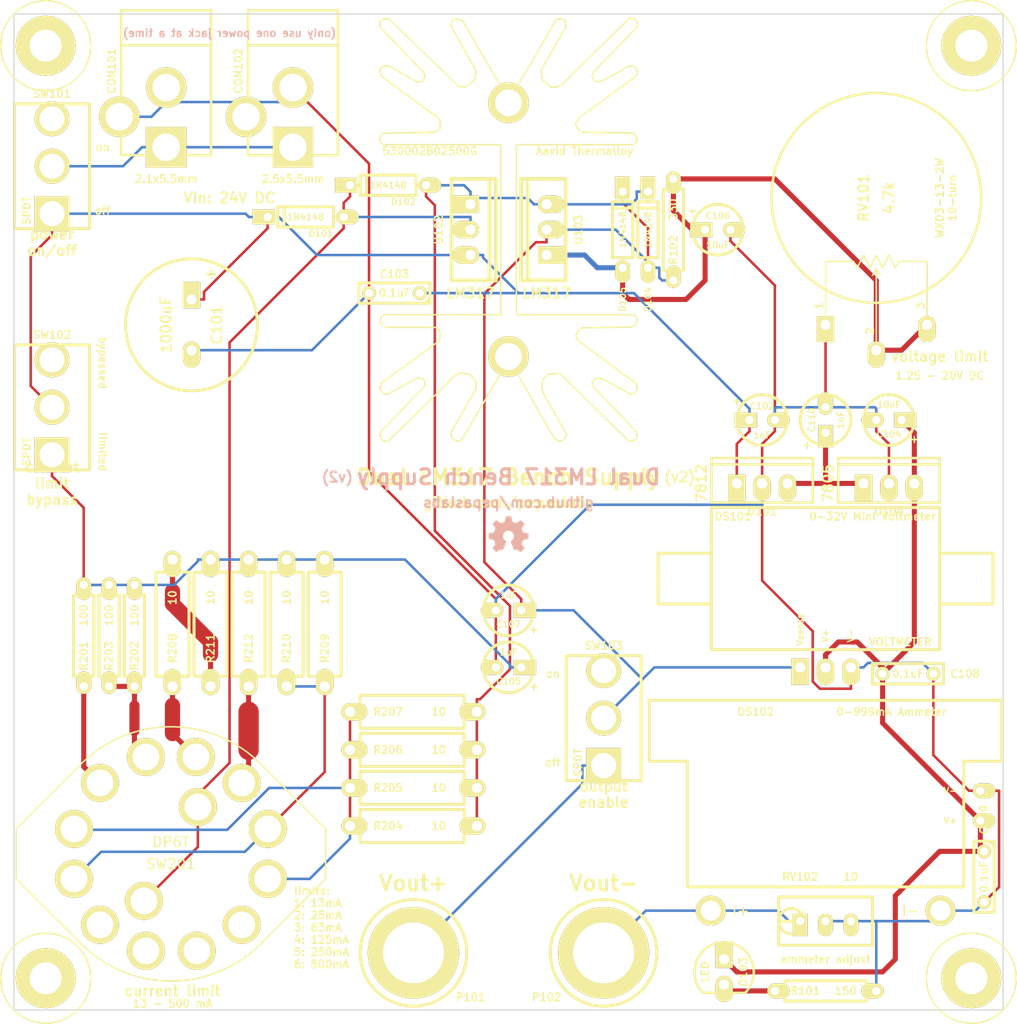
<source format=kicad_pcb>
(kicad_pcb (version 20171130) (host pcbnew "(5.1.12)-1")

  (general
    (thickness 1.6)
    (drawings 27)
    (tracks 247)
    (zones 0)
    (modules 52)
    (nets 20)
  )

  (page A3)
  (layers
    (0 F.Cu signal)
    (31 B.Cu signal)
    (32 B.Adhes user)
    (33 F.Adhes user)
    (34 B.Paste user)
    (35 F.Paste user)
    (36 B.SilkS user)
    (37 F.SilkS user)
    (38 B.Mask user)
    (39 F.Mask user)
    (40 Dwgs.User user)
    (41 Cmts.User user)
    (42 Eco1.User user)
    (43 Eco2.User user)
    (44 Edge.Cuts user)
  )

  (setup
    (last_trace_width 0.254)
    (user_trace_width 0.508)
    (user_trace_width 1.016)
    (user_trace_width 1.524)
    (user_trace_width 2.032)
    (user_trace_width 2.54)
    (user_trace_width 3.048)
    (user_trace_width 3.81)
    (trace_clearance 0.254)
    (zone_clearance 0.254)
    (zone_45_only no)
    (trace_min 0.254)
    (via_size 0.889)
    (via_drill 0.635)
    (via_min_size 0.889)
    (via_min_drill 0.508)
    (uvia_size 0.508)
    (uvia_drill 0.127)
    (uvias_allowed no)
    (uvia_min_size 0.508)
    (uvia_min_drill 0.127)
    (edge_width 0.1)
    (segment_width 0.2)
    (pcb_text_width 0.3)
    (pcb_text_size 1.5 1.5)
    (mod_edge_width 0.254)
    (mod_text_size 1 1)
    (mod_text_width 0.15)
    (pad_size 1.7526 2.6289)
    (pad_drill 1.016)
    (pad_to_mask_clearance 0)
    (aux_axis_origin 0 0)
    (visible_elements 7FFFFFFF)
    (pcbplotparams
      (layerselection 0x00030_ffffffff)
      (usegerberextensions true)
      (usegerberattributes true)
      (usegerberadvancedattributes true)
      (creategerberjobfile true)
      (excludeedgelayer true)
      (linewidth 0.150000)
      (plotframeref false)
      (viasonmask false)
      (mode 1)
      (useauxorigin false)
      (hpglpennumber 1)
      (hpglpenspeed 20)
      (hpglpendiameter 15.000000)
      (psnegative false)
      (psa4output false)
      (plotreference true)
      (plotvalue true)
      (plotinvisibletext false)
      (padsonsilk false)
      (subtractmaskfromsilk false)
      (outputformat 1)
      (mirror false)
      (drillshape 0)
      (scaleselection 1)
      (outputdirectory "gerbers/"))
  )

  (net 0 "")
  (net 1 /current_limit_r/R_LIM+)
  (net 2 /current_limit_r/R_LIM-)
  (net 3 12V)
  (net 4 5V)
  (net 5 GND)
  (net 6 N-0000010)
  (net 7 N-0000014)
  (net 8 N-0000015)
  (net 9 N-0000017)
  (net 10 N-0000018)
  (net 11 N-0000020)
  (net 12 N-0000021)
  (net 13 N-0000022)
  (net 14 N-0000023)
  (net 15 N-0000024)
  (net 16 N-0000029)
  (net 17 N-0000030)
  (net 18 N-000006)
  (net 19 N-000007)

  (net_class Default "This is the default net class."
    (clearance 0.254)
    (trace_width 0.254)
    (via_dia 0.889)
    (via_drill 0.635)
    (uvia_dia 0.508)
    (uvia_drill 0.127)
    (add_net /current_limit_r/R_LIM+)
    (add_net /current_limit_r/R_LIM-)
    (add_net 12V)
    (add_net 5V)
    (add_net GND)
    (add_net N-0000010)
    (add_net N-0000014)
    (add_net N-0000015)
    (add_net N-0000017)
    (add_net N-0000018)
    (add_net N-0000020)
    (add_net N-0000021)
    (add_net N-0000022)
    (add_net N-0000023)
    (add_net N-0000024)
    (add_net N-0000029)
    (add_net N-0000030)
    (add_net N-000006)
    (add_net N-000007)
  )

  (module TO-220_V_069B (layer F.Cu) (tedit 5334D01B) (tstamp 532E56C1)
    (at 189.865 139.065 90)
    (descr "TO-220, vertical, 0.04\" holes, 0.069\" pads")
    (tags "TR TO220")
    (path /5326A5B6)
    (fp_text reference U103 (at 2.54 3.175 90) (layer F.SilkS)
      (effects (font (size 0.762 0.762) (thickness 0.1524)))
    )
    (fp_text value LM317 (at -3.81 0 180) (layer F.SilkS)
      (effects (font (size 1.016 1.016) (thickness 0.2032)))
    )
    (fp_line (start -2.54 -1.905) (end -2.54 -2.54) (layer F.SilkS) (width 0.381))
    (fp_line (start -2.54 -2.54) (end 7.62 -2.54) (layer F.SilkS) (width 0.381))
    (fp_line (start 7.62 -2.54) (end 7.62 -1.905) (layer F.SilkS) (width 0.381))
    (fp_line (start -2.54 1.905) (end -2.54 -1.905) (layer F.SilkS) (width 0.381))
    (fp_line (start -2.54 -1.905) (end 7.62 -1.905) (layer F.SilkS) (width 0.381))
    (fp_line (start 7.62 -1.905) (end 7.62 1.905) (layer F.SilkS) (width 0.381))
    (fp_line (start 7.62 1.905) (end -2.54 1.905) (layer F.SilkS) (width 0.381))
    (pad 1 thru_hole rect (at 0 0 180) (size 2.6289 1.7526) (drill 1.016 (offset -0.43815 0)) (layers *.Cu *.Mask F.SilkS)
      (net 19 N-000007))
    (pad 2 thru_hole oval (at 2.54 0 180) (size 2.6289 1.7526) (drill 1.016 (offset -0.43815 0)) (layers *.Cu *.Mask F.SilkS)
      (net 18 N-000006))
    (pad 3 thru_hole oval (at 5.08 0 180) (size 2.6289 1.7526) (drill 1.016 (offset -0.43815 0)) (layers *.Cu *.Mask F.SilkS)
      (net 2 /current_limit_r/R_LIM-))
  )

  (module TO-220_V_069B (layer F.Cu) (tedit 5334D017) (tstamp 532E56CF)
    (at 182.245 133.985 270)
    (descr "TO-220, vertical, 0.04\" holes, 0.069\" pads")
    (tags "TR TO220")
    (path /5326A2AB)
    (fp_text reference U102 (at 2.54 3.175 270) (layer F.SilkS)
      (effects (font (size 0.762 0.762) (thickness 0.1524)))
    )
    (fp_text value LM317 (at 8.89 0) (layer F.SilkS)
      (effects (font (size 1.016 1.016) (thickness 0.2032)))
    )
    (fp_line (start -2.54 -1.905) (end -2.54 -2.54) (layer F.SilkS) (width 0.381))
    (fp_line (start -2.54 -2.54) (end 7.62 -2.54) (layer F.SilkS) (width 0.381))
    (fp_line (start 7.62 -2.54) (end 7.62 -1.905) (layer F.SilkS) (width 0.381))
    (fp_line (start -2.54 1.905) (end -2.54 -1.905) (layer F.SilkS) (width 0.381))
    (fp_line (start -2.54 -1.905) (end 7.62 -1.905) (layer F.SilkS) (width 0.381))
    (fp_line (start 7.62 -1.905) (end 7.62 1.905) (layer F.SilkS) (width 0.381))
    (fp_line (start 7.62 1.905) (end -2.54 1.905) (layer F.SilkS) (width 0.381))
    (pad 1 thru_hole rect (at 0 0) (size 2.6289 1.7526) (drill 1.016 (offset -0.43815 0)) (layers *.Cu *.Mask F.SilkS)
      (net 2 /current_limit_r/R_LIM-))
    (pad 2 thru_hole oval (at 2.54 0) (size 2.6289 1.7526) (drill 1.016 (offset -0.43815 0)) (layers *.Cu *.Mask F.SilkS)
      (net 1 /current_limit_r/R_LIM+))
    (pad 3 thru_hole oval (at 5.08 0) (size 2.6289 1.7526) (drill 1.016 (offset -0.43815 0)) (layers *.Cu *.Mask F.SilkS)
      (net 10 N-0000018))
  )

  (module R_AXIAL_0W25 (layer F.Cu) (tedit 5324A7D0) (tstamp 532E574A)
    (at 212.725 212.725)
    (descr "Resistor Axial 1/4W 0.4\"")
    (tags R)
    (path /5325E3AD)
    (autoplace_cost180 10)
    (fp_text reference R101 (at 3.048 0) (layer F.SilkS)
      (effects (font (size 0.762 0.762) (thickness 0.1524)))
    )
    (fp_text value 150 (at 7.112 0) (layer F.SilkS)
      (effects (font (size 0.762 0.762) (thickness 0.1524)))
    )
    (fp_line (start 0 0) (end 1.016 0) (layer F.SilkS) (width 0.3048))
    (fp_line (start 1.016 0) (end 1.016 -1.016) (layer F.SilkS) (width 0.3048))
    (fp_line (start 1.016 -1.016) (end 9.144 -1.016) (layer F.SilkS) (width 0.3048))
    (fp_line (start 9.144 -1.016) (end 9.144 1.016) (layer F.SilkS) (width 0.3048))
    (fp_line (start 9.144 1.016) (end 1.016 1.016) (layer F.SilkS) (width 0.3048))
    (fp_line (start 1.016 1.016) (end 1.016 0) (layer F.SilkS) (width 0.3048))
    (fp_line (start 10.16 0) (end 9.144 0) (layer F.SilkS) (width 0.3048))
    (pad 1 thru_hole oval (at 0 0) (size 2.2479 1.4986) (drill 0.8128 (offset 0.37465 0)) (layers *.Cu *.Mask F.SilkS)
      (net 8 N-0000015))
    (pad 2 thru_hole oval (at 10.16 0) (size 2.2479 1.4986) (drill 0.8128 (offset -0.37465 0)) (layers *.Cu *.Mask F.SilkS)
      (net 5 GND))
    (model discret/resistor.wrl
      (at (xyz 0 0 0))
      (scale (xyz 0.4 0.4 0.4))
      (rotate (xyz 0 0 0))
    )
  )

  (module R_AXIAL_0W25 (layer F.Cu) (tedit 5324A7D0) (tstamp 0)
    (at 202.565 141.605 90)
    (descr "Resistor Axial 1/4W 0.4\"")
    (tags R)
    (path /5325DB3F)
    (autoplace_cost180 10)
    (fp_text reference R102 (at 3.048 0 90) (layer F.SilkS)
      (effects (font (size 0.762 0.762) (thickness 0.1524)))
    )
    (fp_text value 330 (at 7.112 0 90) (layer F.SilkS)
      (effects (font (size 0.762 0.762) (thickness 0.1524)))
    )
    (fp_line (start 0 0) (end 1.016 0) (layer F.SilkS) (width 0.3048))
    (fp_line (start 1.016 0) (end 1.016 -1.016) (layer F.SilkS) (width 0.3048))
    (fp_line (start 1.016 -1.016) (end 9.144 -1.016) (layer F.SilkS) (width 0.3048))
    (fp_line (start 9.144 -1.016) (end 9.144 1.016) (layer F.SilkS) (width 0.3048))
    (fp_line (start 9.144 1.016) (end 1.016 1.016) (layer F.SilkS) (width 0.3048))
    (fp_line (start 1.016 1.016) (end 1.016 0) (layer F.SilkS) (width 0.3048))
    (fp_line (start 10.16 0) (end 9.144 0) (layer F.SilkS) (width 0.3048))
    (pad 1 thru_hole oval (at 0 0 90) (size 2.2479 1.4986) (drill 0.8128 (offset 0.37465 0)) (layers *.Cu *.Mask F.SilkS)
      (net 18 N-000006))
    (pad 2 thru_hole oval (at 10.16 0 90) (size 2.2479 1.4986) (drill 0.8128 (offset -0.37465 0)) (layers *.Cu *.Mask F.SilkS)
      (net 19 N-000007))
    (model discret/resistor.wrl
      (at (xyz 0 0 0))
      (scale (xyz 0.4 0.4 0.4))
      (rotate (xyz 0 0 0))
    )
  )

  (module R_AXIAL_0W5 (layer F.Cu) (tedit 0) (tstamp 532E6A2F)
    (at 152.4 182.245 90)
    (descr "Resistor Axial 1/2W 0.5\"")
    (tags R)
    (path /532536CD/532CD933)
    (autoplace_cost180 10)
    (fp_text reference R208 (at 3.81 0 90) (layer F.SilkS)
      (effects (font (size 0.762 0.762) (thickness 0.1524)))
    )
    (fp_text value 10 (at 8.89 0 90) (layer F.SilkS)
      (effects (font (size 0.762 0.762) (thickness 0.1524)))
    )
    (fp_line (start 12.7 0) (end 11.43 0) (layer F.SilkS) (width 0.3048))
    (fp_line (start 1.016 1.651) (end 11.43 1.651) (layer F.SilkS) (width 0.3048))
    (fp_line (start 11.43 -1.651) (end 1.016 -1.651) (layer F.SilkS) (width 0.3048))
    (fp_line (start 11.43 -1.651) (end 11.43 1.651) (layer F.SilkS) (width 0.3048))
    (fp_line (start 1.016 0) (end 1.016 1.651) (layer F.SilkS) (width 0.3048))
    (fp_line (start 1.016 0) (end 1.016 -1.651) (layer F.SilkS) (width 0.3048))
    (fp_line (start 0 0) (end 1.016 0) (layer F.SilkS) (width 0.3048))
    (pad 1 thru_hole oval (at 0 0 90) (size 2.6289 1.7526) (drill 1.016 (offset 0.43815 0)) (layers *.Cu *.Mask F.SilkS)
      (net 15 N-0000024))
    (pad 2 thru_hole oval (at 12.7 0 90) (size 2.6289 1.7526) (drill 1.016 (offset -0.43815 0)) (layers *.Cu *.Mask F.SilkS)
      (net 13 N-0000022))
    (model discret/resistor.wrl
      (at (xyz 0 0 0))
      (scale (xyz 0.4 0.4 0.4))
      (rotate (xyz 0 0 0))
    )
  )

  (module R_AXIAL_0W5 (layer F.Cu) (tedit 0) (tstamp 532E6A3C)
    (at 156.21 182.245 90)
    (descr "Resistor Axial 1/2W 0.5\"")
    (tags R)
    (path /532536CD/532CD94F)
    (autoplace_cost180 10)
    (fp_text reference R211 (at 3.81 0 90) (layer F.SilkS)
      (effects (font (size 0.762 0.762) (thickness 0.1524)))
    )
    (fp_text value 10 (at 8.89 0 90) (layer F.SilkS)
      (effects (font (size 0.762 0.762) (thickness 0.1524)))
    )
    (fp_line (start 12.7 0) (end 11.43 0) (layer F.SilkS) (width 0.3048))
    (fp_line (start 1.016 1.651) (end 11.43 1.651) (layer F.SilkS) (width 0.3048))
    (fp_line (start 11.43 -1.651) (end 1.016 -1.651) (layer F.SilkS) (width 0.3048))
    (fp_line (start 11.43 -1.651) (end 11.43 1.651) (layer F.SilkS) (width 0.3048))
    (fp_line (start 1.016 0) (end 1.016 1.651) (layer F.SilkS) (width 0.3048))
    (fp_line (start 1.016 0) (end 1.016 -1.651) (layer F.SilkS) (width 0.3048))
    (fp_line (start 0 0) (end 1.016 0) (layer F.SilkS) (width 0.3048))
    (pad 1 thru_hole oval (at 0 0 90) (size 2.6289 1.7526) (drill 1.016 (offset 0.43815 0)) (layers *.Cu *.Mask F.SilkS)
      (net 13 N-0000022))
    (pad 2 thru_hole oval (at 12.7 0 90) (size 2.6289 1.7526) (drill 1.016 (offset -0.43815 0)) (layers *.Cu *.Mask F.SilkS)
      (net 2 /current_limit_r/R_LIM-))
    (model discret/resistor.wrl
      (at (xyz 0 0 0))
      (scale (xyz 0.4 0.4 0.4))
      (rotate (xyz 0 0 0))
    )
  )

  (module R_AXIAL_0W5 (layer F.Cu) (tedit 0) (tstamp 532E6A49)
    (at 160.02 182.245 90)
    (descr "Resistor Axial 1/2W 0.5\"")
    (tags R)
    (path /532536CD/532CD955)
    (autoplace_cost180 10)
    (fp_text reference R212 (at 3.81 0 90) (layer F.SilkS)
      (effects (font (size 0.762 0.762) (thickness 0.1524)))
    )
    (fp_text value 10 (at 8.89 0 90) (layer F.SilkS)
      (effects (font (size 0.762 0.762) (thickness 0.1524)))
    )
    (fp_line (start 12.7 0) (end 11.43 0) (layer F.SilkS) (width 0.3048))
    (fp_line (start 1.016 1.651) (end 11.43 1.651) (layer F.SilkS) (width 0.3048))
    (fp_line (start 11.43 -1.651) (end 1.016 -1.651) (layer F.SilkS) (width 0.3048))
    (fp_line (start 11.43 -1.651) (end 11.43 1.651) (layer F.SilkS) (width 0.3048))
    (fp_line (start 1.016 0) (end 1.016 1.651) (layer F.SilkS) (width 0.3048))
    (fp_line (start 1.016 0) (end 1.016 -1.651) (layer F.SilkS) (width 0.3048))
    (fp_line (start 0 0) (end 1.016 0) (layer F.SilkS) (width 0.3048))
    (pad 1 thru_hole oval (at 0 0 90) (size 2.6289 1.7526) (drill 1.016 (offset 0.43815 0)) (layers *.Cu *.Mask F.SilkS)
      (net 14 N-0000023))
    (pad 2 thru_hole oval (at 12.7 0 90) (size 2.6289 1.7526) (drill 1.016 (offset -0.43815 0)) (layers *.Cu *.Mask F.SilkS)
      (net 2 /current_limit_r/R_LIM-))
    (model discret/resistor.wrl
      (at (xyz 0 0 0))
      (scale (xyz 0.4 0.4 0.4))
      (rotate (xyz 0 0 0))
    )
  )

  (module R_AXIAL_0W5 (layer F.Cu) (tedit 0) (tstamp 532E6A56)
    (at 167.64 182.245 90)
    (descr "Resistor Axial 1/2W 0.5\"")
    (tags R)
    (path /532536CD/532CD95B)
    (autoplace_cost180 10)
    (fp_text reference R209 (at 3.81 0 90) (layer F.SilkS)
      (effects (font (size 0.762 0.762) (thickness 0.1524)))
    )
    (fp_text value 10 (at 8.89 0 90) (layer F.SilkS)
      (effects (font (size 0.762 0.762) (thickness 0.1524)))
    )
    (fp_line (start 12.7 0) (end 11.43 0) (layer F.SilkS) (width 0.3048))
    (fp_line (start 1.016 1.651) (end 11.43 1.651) (layer F.SilkS) (width 0.3048))
    (fp_line (start 11.43 -1.651) (end 1.016 -1.651) (layer F.SilkS) (width 0.3048))
    (fp_line (start 11.43 -1.651) (end 11.43 1.651) (layer F.SilkS) (width 0.3048))
    (fp_line (start 1.016 0) (end 1.016 1.651) (layer F.SilkS) (width 0.3048))
    (fp_line (start 1.016 0) (end 1.016 -1.651) (layer F.SilkS) (width 0.3048))
    (fp_line (start 0 0) (end 1.016 0) (layer F.SilkS) (width 0.3048))
    (pad 1 thru_hole oval (at 0 0 90) (size 2.6289 1.7526) (drill 1.016 (offset 0.43815 0)) (layers *.Cu *.Mask F.SilkS)
      (net 11 N-0000020))
    (pad 2 thru_hole oval (at 12.7 0 90) (size 2.6289 1.7526) (drill 1.016 (offset -0.43815 0)) (layers *.Cu *.Mask F.SilkS)
      (net 2 /current_limit_r/R_LIM-))
    (model discret/resistor.wrl
      (at (xyz 0 0 0))
      (scale (xyz 0.4 0.4 0.4))
      (rotate (xyz 0 0 0))
    )
  )

  (module R_AXIAL_0W5 (layer F.Cu) (tedit 0) (tstamp 532E6A63)
    (at 163.83 182.245 90)
    (descr "Resistor Axial 1/2W 0.5\"")
    (tags R)
    (path /532536CD/532CD961)
    (autoplace_cost180 10)
    (fp_text reference R210 (at 3.81 0 90) (layer F.SilkS)
      (effects (font (size 0.762 0.762) (thickness 0.1524)))
    )
    (fp_text value 10 (at 8.89 0 90) (layer F.SilkS)
      (effects (font (size 0.762 0.762) (thickness 0.1524)))
    )
    (fp_line (start 12.7 0) (end 11.43 0) (layer F.SilkS) (width 0.3048))
    (fp_line (start 1.016 1.651) (end 11.43 1.651) (layer F.SilkS) (width 0.3048))
    (fp_line (start 11.43 -1.651) (end 1.016 -1.651) (layer F.SilkS) (width 0.3048))
    (fp_line (start 11.43 -1.651) (end 11.43 1.651) (layer F.SilkS) (width 0.3048))
    (fp_line (start 1.016 0) (end 1.016 1.651) (layer F.SilkS) (width 0.3048))
    (fp_line (start 1.016 0) (end 1.016 -1.651) (layer F.SilkS) (width 0.3048))
    (fp_line (start 0 0) (end 1.016 0) (layer F.SilkS) (width 0.3048))
    (pad 1 thru_hole oval (at 0 0 90) (size 2.6289 1.7526) (drill 1.016 (offset 0.43815 0)) (layers *.Cu *.Mask F.SilkS)
      (net 11 N-0000020))
    (pad 2 thru_hole oval (at 12.7 0 90) (size 2.6289 1.7526) (drill 1.016 (offset -0.43815 0)) (layers *.Cu *.Mask F.SilkS)
      (net 2 /current_limit_r/R_LIM-))
    (model discret/resistor.wrl
      (at (xyz 0 0 0))
      (scale (xyz 0.4 0.4 0.4))
      (rotate (xyz 0 0 0))
    )
  )

  (module R_AXIAL_0W5 (layer F.Cu) (tedit 0) (tstamp 532E6A70)
    (at 170.18 196.215)
    (descr "Resistor Axial 1/2W 0.5\"")
    (tags R)
    (path /532536CD/532CD967)
    (autoplace_cost180 10)
    (fp_text reference R204 (at 3.81 0) (layer F.SilkS)
      (effects (font (size 0.762 0.762) (thickness 0.1524)))
    )
    (fp_text value 10 (at 8.89 0) (layer F.SilkS)
      (effects (font (size 0.762 0.762) (thickness 0.1524)))
    )
    (fp_line (start 12.7 0) (end 11.43 0) (layer F.SilkS) (width 0.3048))
    (fp_line (start 1.016 1.651) (end 11.43 1.651) (layer F.SilkS) (width 0.3048))
    (fp_line (start 11.43 -1.651) (end 1.016 -1.651) (layer F.SilkS) (width 0.3048))
    (fp_line (start 11.43 -1.651) (end 11.43 1.651) (layer F.SilkS) (width 0.3048))
    (fp_line (start 1.016 0) (end 1.016 1.651) (layer F.SilkS) (width 0.3048))
    (fp_line (start 1.016 0) (end 1.016 -1.651) (layer F.SilkS) (width 0.3048))
    (fp_line (start 0 0) (end 1.016 0) (layer F.SilkS) (width 0.3048))
    (pad 1 thru_hole oval (at 0 0) (size 2.6289 1.7526) (drill 1.016 (offset 0.43815 0)) (layers *.Cu *.Mask F.SilkS)
      (net 12 N-0000021))
    (pad 2 thru_hole oval (at 12.7 0) (size 2.6289 1.7526) (drill 1.016 (offset -0.43815 0)) (layers *.Cu *.Mask F.SilkS)
      (net 2 /current_limit_r/R_LIM-))
    (model discret/resistor.wrl
      (at (xyz 0 0 0))
      (scale (xyz 0.4 0.4 0.4))
      (rotate (xyz 0 0 0))
    )
  )

  (module R_AXIAL_0W5 (layer F.Cu) (tedit 0) (tstamp 532E6A7D)
    (at 170.18 192.405)
    (descr "Resistor Axial 1/2W 0.5\"")
    (tags R)
    (path /532536CD/532CD96D)
    (autoplace_cost180 10)
    (fp_text reference R205 (at 3.81 0) (layer F.SilkS)
      (effects (font (size 0.762 0.762) (thickness 0.1524)))
    )
    (fp_text value 10 (at 8.89 0) (layer F.SilkS)
      (effects (font (size 0.762 0.762) (thickness 0.1524)))
    )
    (fp_line (start 12.7 0) (end 11.43 0) (layer F.SilkS) (width 0.3048))
    (fp_line (start 1.016 1.651) (end 11.43 1.651) (layer F.SilkS) (width 0.3048))
    (fp_line (start 11.43 -1.651) (end 1.016 -1.651) (layer F.SilkS) (width 0.3048))
    (fp_line (start 11.43 -1.651) (end 11.43 1.651) (layer F.SilkS) (width 0.3048))
    (fp_line (start 1.016 0) (end 1.016 1.651) (layer F.SilkS) (width 0.3048))
    (fp_line (start 1.016 0) (end 1.016 -1.651) (layer F.SilkS) (width 0.3048))
    (fp_line (start 0 0) (end 1.016 0) (layer F.SilkS) (width 0.3048))
    (pad 1 thru_hole oval (at 0 0) (size 2.6289 1.7526) (drill 1.016 (offset 0.43815 0)) (layers *.Cu *.Mask F.SilkS)
      (net 12 N-0000021))
    (pad 2 thru_hole oval (at 12.7 0) (size 2.6289 1.7526) (drill 1.016 (offset -0.43815 0)) (layers *.Cu *.Mask F.SilkS)
      (net 2 /current_limit_r/R_LIM-))
    (model discret/resistor.wrl
      (at (xyz 0 0 0))
      (scale (xyz 0.4 0.4 0.4))
      (rotate (xyz 0 0 0))
    )
  )

  (module R_AXIAL_0W5 (layer F.Cu) (tedit 0) (tstamp 532E6A8A)
    (at 170.18 188.595)
    (descr "Resistor Axial 1/2W 0.5\"")
    (tags R)
    (path /532536CD/532CD973)
    (autoplace_cost180 10)
    (fp_text reference R206 (at 3.81 0) (layer F.SilkS)
      (effects (font (size 0.762 0.762) (thickness 0.1524)))
    )
    (fp_text value 10 (at 8.89 0) (layer F.SilkS)
      (effects (font (size 0.762 0.762) (thickness 0.1524)))
    )
    (fp_line (start 12.7 0) (end 11.43 0) (layer F.SilkS) (width 0.3048))
    (fp_line (start 1.016 1.651) (end 11.43 1.651) (layer F.SilkS) (width 0.3048))
    (fp_line (start 11.43 -1.651) (end 1.016 -1.651) (layer F.SilkS) (width 0.3048))
    (fp_line (start 11.43 -1.651) (end 11.43 1.651) (layer F.SilkS) (width 0.3048))
    (fp_line (start 1.016 0) (end 1.016 1.651) (layer F.SilkS) (width 0.3048))
    (fp_line (start 1.016 0) (end 1.016 -1.651) (layer F.SilkS) (width 0.3048))
    (fp_line (start 0 0) (end 1.016 0) (layer F.SilkS) (width 0.3048))
    (pad 1 thru_hole oval (at 0 0) (size 2.6289 1.7526) (drill 1.016 (offset 0.43815 0)) (layers *.Cu *.Mask F.SilkS)
      (net 12 N-0000021))
    (pad 2 thru_hole oval (at 12.7 0) (size 2.6289 1.7526) (drill 1.016 (offset -0.43815 0)) (layers *.Cu *.Mask F.SilkS)
      (net 2 /current_limit_r/R_LIM-))
    (model discret/resistor.wrl
      (at (xyz 0 0 0))
      (scale (xyz 0.4 0.4 0.4))
      (rotate (xyz 0 0 0))
    )
  )

  (module R_AXIAL_0W5 (layer F.Cu) (tedit 0) (tstamp 532E6A97)
    (at 170.18 184.785)
    (descr "Resistor Axial 1/2W 0.5\"")
    (tags R)
    (path /532536CD/532CD979)
    (autoplace_cost180 10)
    (fp_text reference R207 (at 3.81 0) (layer F.SilkS)
      (effects (font (size 0.762 0.762) (thickness 0.1524)))
    )
    (fp_text value 10 (at 8.89 0) (layer F.SilkS)
      (effects (font (size 0.762 0.762) (thickness 0.1524)))
    )
    (fp_line (start 12.7 0) (end 11.43 0) (layer F.SilkS) (width 0.3048))
    (fp_line (start 1.016 1.651) (end 11.43 1.651) (layer F.SilkS) (width 0.3048))
    (fp_line (start 11.43 -1.651) (end 1.016 -1.651) (layer F.SilkS) (width 0.3048))
    (fp_line (start 11.43 -1.651) (end 11.43 1.651) (layer F.SilkS) (width 0.3048))
    (fp_line (start 1.016 0) (end 1.016 1.651) (layer F.SilkS) (width 0.3048))
    (fp_line (start 1.016 0) (end 1.016 -1.651) (layer F.SilkS) (width 0.3048))
    (fp_line (start 0 0) (end 1.016 0) (layer F.SilkS) (width 0.3048))
    (pad 1 thru_hole oval (at 0 0) (size 2.6289 1.7526) (drill 1.016 (offset 0.43815 0)) (layers *.Cu *.Mask F.SilkS)
      (net 12 N-0000021))
    (pad 2 thru_hole oval (at 12.7 0) (size 2.6289 1.7526) (drill 1.016 (offset -0.43815 0)) (layers *.Cu *.Mask F.SilkS)
      (net 2 /current_limit_r/R_LIM-))
    (model discret/resistor.wrl
      (at (xyz 0 0 0))
      (scale (xyz 0.4 0.4 0.4))
      (rotate (xyz 0 0 0))
    )
  )

  (module R_AXIAL_0W25 (layer F.Cu) (tedit 5324A7D0) (tstamp 532E6AA4)
    (at 143.51 182.245 90)
    (descr "Resistor Axial 1/4W 0.4\"")
    (tags R)
    (path /532536CD/532CD909)
    (autoplace_cost180 10)
    (fp_text reference R201 (at 3.048 0 90) (layer F.SilkS)
      (effects (font (size 0.762 0.762) (thickness 0.1524)))
    )
    (fp_text value 100 (at 7.112 0 90) (layer F.SilkS)
      (effects (font (size 0.762 0.762) (thickness 0.1524)))
    )
    (fp_line (start 0 0) (end 1.016 0) (layer F.SilkS) (width 0.3048))
    (fp_line (start 1.016 0) (end 1.016 -1.016) (layer F.SilkS) (width 0.3048))
    (fp_line (start 1.016 -1.016) (end 9.144 -1.016) (layer F.SilkS) (width 0.3048))
    (fp_line (start 9.144 -1.016) (end 9.144 1.016) (layer F.SilkS) (width 0.3048))
    (fp_line (start 9.144 1.016) (end 1.016 1.016) (layer F.SilkS) (width 0.3048))
    (fp_line (start 1.016 1.016) (end 1.016 0) (layer F.SilkS) (width 0.3048))
    (fp_line (start 10.16 0) (end 9.144 0) (layer F.SilkS) (width 0.3048))
    (pad 1 thru_hole oval (at 0 0 90) (size 2.2479 1.4986) (drill 0.8128 (offset 0.37465 0)) (layers *.Cu *.Mask F.SilkS)
      (net 16 N-0000029))
    (pad 2 thru_hole oval (at 10.16 0 90) (size 2.2479 1.4986) (drill 0.8128 (offset -0.37465 0)) (layers *.Cu *.Mask F.SilkS)
      (net 2 /current_limit_r/R_LIM-))
    (model discret/resistor.wrl
      (at (xyz 0 0 0))
      (scale (xyz 0.4 0.4 0.4))
      (rotate (xyz 0 0 0))
    )
  )

  (module R_AXIAL_0W25 (layer F.Cu) (tedit 5324A7D0) (tstamp 532E6AB1)
    (at 148.59 182.245 90)
    (descr "Resistor Axial 1/4W 0.4\"")
    (tags R)
    (path /532536CD/532CD925)
    (autoplace_cost180 10)
    (fp_text reference R202 (at 3.048 0 90) (layer F.SilkS)
      (effects (font (size 0.762 0.762) (thickness 0.1524)))
    )
    (fp_text value 100 (at 7.112 0 90) (layer F.SilkS)
      (effects (font (size 0.762 0.762) (thickness 0.1524)))
    )
    (fp_line (start 0 0) (end 1.016 0) (layer F.SilkS) (width 0.3048))
    (fp_line (start 1.016 0) (end 1.016 -1.016) (layer F.SilkS) (width 0.3048))
    (fp_line (start 1.016 -1.016) (end 9.144 -1.016) (layer F.SilkS) (width 0.3048))
    (fp_line (start 9.144 -1.016) (end 9.144 1.016) (layer F.SilkS) (width 0.3048))
    (fp_line (start 9.144 1.016) (end 1.016 1.016) (layer F.SilkS) (width 0.3048))
    (fp_line (start 1.016 1.016) (end 1.016 0) (layer F.SilkS) (width 0.3048))
    (fp_line (start 10.16 0) (end 9.144 0) (layer F.SilkS) (width 0.3048))
    (pad 1 thru_hole oval (at 0 0 90) (size 2.2479 1.4986) (drill 0.8128 (offset 0.37465 0)) (layers *.Cu *.Mask F.SilkS)
      (net 17 N-0000030))
    (pad 2 thru_hole oval (at 10.16 0 90) (size 2.2479 1.4986) (drill 0.8128 (offset -0.37465 0)) (layers *.Cu *.Mask F.SilkS)
      (net 2 /current_limit_r/R_LIM-))
    (model discret/resistor.wrl
      (at (xyz 0 0 0))
      (scale (xyz 0.4 0.4 0.4))
      (rotate (xyz 0 0 0))
    )
  )

  (module R_AXIAL_0W25 (layer F.Cu) (tedit 5324A7D0) (tstamp 532E6ABE)
    (at 146.05 182.245 90)
    (descr "Resistor Axial 1/4W 0.4\"")
    (tags R)
    (path /532536CD/532CD92B)
    (autoplace_cost180 10)
    (fp_text reference R203 (at 3.048 0 90) (layer F.SilkS)
      (effects (font (size 0.762 0.762) (thickness 0.1524)))
    )
    (fp_text value 100 (at 7.112 0 90) (layer F.SilkS)
      (effects (font (size 0.762 0.762) (thickness 0.1524)))
    )
    (fp_line (start 0 0) (end 1.016 0) (layer F.SilkS) (width 0.3048))
    (fp_line (start 1.016 0) (end 1.016 -1.016) (layer F.SilkS) (width 0.3048))
    (fp_line (start 1.016 -1.016) (end 9.144 -1.016) (layer F.SilkS) (width 0.3048))
    (fp_line (start 9.144 -1.016) (end 9.144 1.016) (layer F.SilkS) (width 0.3048))
    (fp_line (start 9.144 1.016) (end 1.016 1.016) (layer F.SilkS) (width 0.3048))
    (fp_line (start 1.016 1.016) (end 1.016 0) (layer F.SilkS) (width 0.3048))
    (fp_line (start 10.16 0) (end 9.144 0) (layer F.SilkS) (width 0.3048))
    (pad 1 thru_hole oval (at 0 0 90) (size 2.2479 1.4986) (drill 0.8128 (offset 0.37465 0)) (layers *.Cu *.Mask F.SilkS)
      (net 17 N-0000030))
    (pad 2 thru_hole oval (at 10.16 0 90) (size 2.2479 1.4986) (drill 0.8128 (offset -0.37465 0)) (layers *.Cu *.Mask F.SilkS)
      (net 2 /current_limit_r/R_LIM-))
    (model discret/resistor.wrl
      (at (xyz 0 0 0))
      (scale (xyz 0.4 0.4 0.4))
      (rotate (xyz 0 0 0))
    )
  )

  (module hole_M3 (layer F.Cu) (tedit 532CF1F1) (tstamp 532F017B)
    (at 139.7 211.455)
    (descr "M3 mounting hole")
    (path /532F0654)
    (fp_text reference H101 (at 0 -3.048) (layer F.SilkS) hide
      (effects (font (size 1.016 1.016) (thickness 0.254)))
    )
    (fp_text value HOLE (at 0 2.794) (layer F.SilkS) hide
      (effects (font (size 1.016 1.016) (thickness 0.254)))
    )
    (fp_circle (center 0 0) (end 4.5 0) (layer F.SilkS) (width 0.15))
    (pad 1 thru_hole circle (at 0 0) (size 6 6) (drill 3.2) (layers *.Cu *.Mask F.SilkS))
  )

  (module hole_M3 (layer F.Cu) (tedit 532CF1F1) (tstamp 532F0181)
    (at 139.7 118.11)
    (descr "M3 mounting hole")
    (path /532F0663)
    (fp_text reference H102 (at 0 -3.048) (layer F.SilkS) hide
      (effects (font (size 1.016 1.016) (thickness 0.254)))
    )
    (fp_text value HOLE (at 0 2.794) (layer F.SilkS) hide
      (effects (font (size 1.016 1.016) (thickness 0.254)))
    )
    (fp_circle (center 0 0) (end 4.5 0) (layer F.SilkS) (width 0.15))
    (pad 1 thru_hole circle (at 0 0) (size 6 6) (drill 3.2) (layers *.Cu *.Mask F.SilkS))
  )

  (module hole_M3 (layer F.Cu) (tedit 532CF1F1) (tstamp 532F0187)
    (at 232.41 118.11)
    (descr "M3 mounting hole")
    (path /532F0672)
    (fp_text reference H103 (at 0 -3.048) (layer F.SilkS) hide
      (effects (font (size 1.016 1.016) (thickness 0.254)))
    )
    (fp_text value HOLE (at 0 2.794) (layer F.SilkS) hide
      (effects (font (size 1.016 1.016) (thickness 0.254)))
    )
    (fp_circle (center 0 0) (end 4.5 0) (layer F.SilkS) (width 0.15))
    (pad 1 thru_hole circle (at 0 0) (size 6 6) (drill 3.2) (layers *.Cu *.Mask F.SilkS))
  )

  (module hole_M3 (layer F.Cu) (tedit 532CF1F1) (tstamp 532F018D)
    (at 232.41 211.455)
    (descr "M3 mounting hole")
    (path /532F0681)
    (fp_text reference H104 (at 0 -3.048) (layer F.SilkS) hide
      (effects (font (size 1.016 1.016) (thickness 0.254)))
    )
    (fp_text value HOLE (at 0 2.794) (layer F.SilkS) hide
      (effects (font (size 1.016 1.016) (thickness 0.254)))
    )
    (fp_circle (center 0 0) (end 4.5 0) (layer F.SilkS) (width 0.15))
    (pad 1 thru_hole circle (at 0 0) (size 6 6) (drill 3.2) (layers *.Cu *.Mask F.SilkS))
  )

  (module C2 (layer F.Cu) (tedit 5334D05A) (tstamp 5334D159)
    (at 174.625 142.875 180)
    (descr "Condensateur = 2 pas")
    (tags C)
    (path /53268930)
    (fp_text reference C103 (at 0 1.905 180) (layer F.SilkS)
      (effects (font (size 0.762 0.762) (thickness 0.1524)))
    )
    (fp_text value 0.1uF (at 0 0 180) (layer F.SilkS)
      (effects (font (size 0.762 0.762) (thickness 0.1524)))
    )
    (fp_line (start -3.556 -1.016) (end 3.556 -1.016) (layer F.SilkS) (width 0.3048))
    (fp_line (start 3.556 -1.016) (end 3.556 1.016) (layer F.SilkS) (width 0.3048))
    (fp_line (start 3.556 1.016) (end -3.556 1.016) (layer F.SilkS) (width 0.3048))
    (fp_line (start -3.556 1.016) (end -3.556 -1.016) (layer F.SilkS) (width 0.3048))
    (fp_line (start -3.556 -0.508) (end -3.048 -1.016) (layer F.SilkS) (width 0.3048))
    (pad 1 thru_hole circle (at -2.54 0 180) (size 1.397 1.397) (drill 0.8128) (layers *.Cu *.Mask F.SilkS)
      (net 10 N-0000018))
    (pad 2 thru_hole circle (at 2.54 0 180) (size 1.397 1.397) (drill 0.8128) (layers *.Cu *.Mask F.SilkS)
      (net 5 GND))
    (model discret/capa_2pas_5x5mm.wrl
      (at (xyz 0 0 0))
      (scale (xyz 1 1 1))
      (rotate (xyz 0 0 0))
    )
  )

  (module ELCAP_20_52_V (layer F.Cu) (tedit 532F0801) (tstamp 532F1D6E)
    (at 154.305 143.51 270)
    (descr "Electrolytic Capacitor, vertical, 0.2\" pins, 0.52\" body")
    (tags CP)
    (path /53268786)
    (fp_text reference C101 (at 2.54 -2.54 270) (layer F.SilkS)
      (effects (font (size 1.016 1.016) (thickness 0.2032)))
    )
    (fp_text value 1000uF (at 2.54 2.54 270) (layer F.SilkS)
      (effects (font (size 1.016 1.016) (thickness 0.2032)))
    )
    (fp_circle (center 2.54 0) (end 9.144 0) (layer F.SilkS) (width 0.3048))
    (fp_text user + (at -2.54 -1.905 270) (layer F.SilkS)
      (effects (font (size 1.016 1.016) (thickness 0.2032)))
    )
    (pad 1 thru_hole rect (at 0 0 270) (size 2.6289 1.7526) (drill 1.016 (offset -0.43815 0)) (layers *.Cu *.Mask F.SilkS)
      (net 10 N-0000018))
    (pad 2 thru_hole oval (at 5.08 0 270) (size 2.6289 1.7526) (drill 1.016 (offset 0.43815 0)) (layers *.Cu *.Mask F.SilkS)
      (net 5 GND))
    (model discret/c_vert_c2v10.wrl
      (at (xyz 0 0 0))
      (scale (xyz 1 1 1))
      (rotate (xyz 0 0 0))
    )
  )

  (module ELCAP_10_20_V (layer F.Cu) (tedit 532F07B7) (tstamp 532F0884)
    (at 187.325 180.34 180)
    (descr "Electrolytic Capacitor, vertical, 0.1\" pins, 0.2\" body")
    (tags CP)
    (path /53268CD2)
    (fp_text reference C105 (at 1.27 -1.397 180) (layer F.SilkS)
      (effects (font (size 0.635 0.635) (thickness 0.127)))
    )
    (fp_text value 1uF (at 1.27 1.524 180) (layer F.SilkS)
      (effects (font (size 0.635 0.635) (thickness 0.127)))
    )
    (fp_circle (center 1.27 0) (end 3.81 0) (layer F.SilkS) (width 0.3048))
    (fp_text user + (at -1.27 -1.905 180) (layer F.SilkS)
      (effects (font (size 0.762 0.762) (thickness 0.1524)))
    )
    (pad 1 thru_hole rect (at 0 0 180) (size 2.2479 1.4986) (drill 0.8128 (offset -0.37465 0)) (layers *.Cu *.Mask F.SilkS)
      (net 2 /current_limit_r/R_LIM-))
    (pad 2 thru_hole oval (at 2.54 0 180) (size 2.2479 1.4986) (drill 0.8128 (offset 0.37465 0)) (layers *.Cu *.Mask F.SilkS)
      (net 5 GND))
    (model discret/c_vert_c2v10.wrl
      (at (xyz 0 0 0))
      (scale (xyz 1 1 1))
      (rotate (xyz 0 0 0))
    )
  )

  (module ELCAP_10_20_V (layer F.Cu) (tedit 532F07B7) (tstamp 532F088C)
    (at 205.74 136.525)
    (descr "Electrolytic Capacitor, vertical, 0.1\" pins, 0.2\" body")
    (tags CP)
    (path /53268E70)
    (fp_text reference C106 (at 1.27 -1.397) (layer F.SilkS)
      (effects (font (size 0.635 0.635) (thickness 0.127)))
    )
    (fp_text value 10uF (at 1.27 1.524) (layer F.SilkS)
      (effects (font (size 0.635 0.635) (thickness 0.127)))
    )
    (fp_circle (center 1.27 0) (end 3.81 0) (layer F.SilkS) (width 0.3048))
    (fp_text user + (at -1.27 -1.905) (layer F.SilkS)
      (effects (font (size 0.762 0.762) (thickness 0.1524)))
    )
    (pad 1 thru_hole rect (at 0 0) (size 2.2479 1.4986) (drill 0.8128 (offset -0.37465 0)) (layers *.Cu *.Mask F.SilkS)
      (net 19 N-000007))
    (pad 2 thru_hole oval (at 2.54 0) (size 2.2479 1.4986) (drill 0.8128 (offset 0.37465 0)) (layers *.Cu *.Mask F.SilkS)
      (net 5 GND))
    (model discret/c_vert_c2v10.wrl
      (at (xyz 0 0 0))
      (scale (xyz 1 1 1))
      (rotate (xyz 0 0 0))
    )
  )

  (module ELCAP_10_20_V (layer F.Cu) (tedit 532F07B7) (tstamp 532F0894)
    (at 187.325 174.625 180)
    (descr "Electrolytic Capacitor, vertical, 0.1\" pins, 0.2\" body")
    (tags CP)
    (path /53269020)
    (fp_text reference C107 (at 1.27 -1.397 180) (layer F.SilkS)
      (effects (font (size 0.635 0.635) (thickness 0.127)))
    )
    (fp_text value 1uF (at 1.27 1.524 180) (layer F.SilkS)
      (effects (font (size 0.635 0.635) (thickness 0.127)))
    )
    (fp_circle (center 1.27 0) (end 3.81 0) (layer F.SilkS) (width 0.3048))
    (fp_text user + (at -1.27 -1.905 180) (layer F.SilkS)
      (effects (font (size 0.762 0.762) (thickness 0.1524)))
    )
    (pad 1 thru_hole rect (at 0 0 180) (size 2.2479 1.4986) (drill 0.8128 (offset -0.37465 0)) (layers *.Cu *.Mask F.SilkS)
      (net 18 N-000006))
    (pad 2 thru_hole oval (at 2.54 0 180) (size 2.2479 1.4986) (drill 0.8128 (offset 0.37465 0)) (layers *.Cu *.Mask F.SilkS)
      (net 5 GND))
    (model discret/c_vert_c2v10.wrl
      (at (xyz 0 0 0))
      (scale (xyz 1 1 1))
      (rotate (xyz 0 0 0))
    )
  )

  (module 530002B02500G (layer F.Cu) (tedit 5334CF84) (tstamp 532F691A)
    (at 186.055 149.225 90)
    (descr "Aavid Thermalloy 530002B02500G TO-220 heat sink")
    (fp_text reference H*** (at 0.508 -11.938 90) (layer F.SilkS) hide
      (effects (font (size 1.016 1.016) (thickness 0.2032)))
    )
    (fp_text value 530002B02500G (at 20.574 -7.874 180) (layer F.SilkS)
      (effects (font (size 0.762 0.762) (thickness 0.1524)))
    )
    (fp_line (start 21.59 12.8778) (end 21.209 12.573) (layer F.SilkS) (width 0.15))
    (fp_line (start 21.209 0.7874) (end 21.209 12.573) (layer F.SilkS) (width 0.15))
    (fp_line (start 21.5646 -12.8778) (end 21.209 -12.573) (layer F.SilkS) (width 0.15))
    (fp_line (start 21.209 -0.7874) (end 21.209 -12.573) (layer F.SilkS) (width 0.15))
    (fp_line (start 3.9878 12.8016) (end 4.191 12.573) (layer F.SilkS) (width 0.15))
    (fp_line (start 4.191 0.7874) (end 4.191 12.573) (layer F.SilkS) (width 0.15))
    (fp_line (start 4.191 -12.446) (end 3.937 -12.7762) (layer F.SilkS) (width 0.15))
    (fp_line (start 4.191 -0.7874) (end 4.191 -12.446) (layer F.SilkS) (width 0.15))
    (fp_line (start -1.1176 -0.4356) (end -8.382 -4.7282) (layer F.SilkS) (width 0.15))
    (fp_line (start -8.382 -4.7282) (end -8.4836 -5.1854) (layer F.SilkS) (width 0.15))
    (fp_line (start -8.4836 -5.1854) (end -8.1788 -5.6426) (layer F.SilkS) (width 0.15))
    (fp_line (start -8.1788 -5.6426) (end -7.7978 -5.7696) (layer F.SilkS) (width 0.15))
    (fp_line (start -7.7978 -5.7696) (end -7.4422 -5.668) (layer F.SilkS) (width 0.15))
    (fp_line (start -7.4422 -5.668) (end -3.2512 -3.255) (layer F.SilkS) (width 0.15))
    (fp_line (start -3.2512 -3.255) (end -2.413 -3.3058) (layer F.SilkS) (width 0.15))
    (fp_line (start -2.413 -3.3058) (end -1.8034 -3.8646) (layer F.SilkS) (width 0.15))
    (fp_line (start -1.8034 -3.8646) (end -1.6256 -4.8044) (layer F.SilkS) (width 0.15))
    (fp_line (start -1.6256 -4.8044) (end -1.8796 -5.3124) (layer F.SilkS) (width 0.15))
    (fp_line (start -1.8796 -5.3124) (end -8.509 -12.0942) (layer F.SilkS) (width 0.15))
    (fp_line (start -8.509 -12.0942) (end -8.4582 -12.526) (layer F.SilkS) (width 0.15))
    (fp_line (start -8.4582 -12.526) (end -8.0518 -12.8562) (layer F.SilkS) (width 0.15))
    (fp_line (start -8.0518 -12.8562) (end -7.6962 -12.8816) (layer F.SilkS) (width 0.15))
    (fp_line (start -7.6962 -12.8816) (end -7.3914 -12.6784) (layer F.SilkS) (width 0.15))
    (fp_line (start -7.3914 -12.6784) (end -2.9464 -8.3858) (layer F.SilkS) (width 0.15))
    (fp_line (start -2.9464 -8.3858) (end -2.6416 -8.3604) (layer F.SilkS) (width 0.15))
    (fp_line (start -2.6416 -8.3604) (end -2.2606 -8.5128) (layer F.SilkS) (width 0.15))
    (fp_line (start -2.2606 -8.5128) (end -2.1082 -9.0716) (layer F.SilkS) (width 0.15))
    (fp_line (start -2.1082 -9.0716) (end -3.7592 -12.0942) (layer F.SilkS) (width 0.15))
    (fp_line (start -3.7592 -12.0942) (end -3.7592 -12.4244) (layer F.SilkS) (width 0.15))
    (fp_line (start -3.7592 -12.4244) (end -3.4798 -12.78) (layer F.SilkS) (width 0.15))
    (fp_line (start -3.4798 -12.78) (end -3.0734 -12.8816) (layer F.SilkS) (width 0.15))
    (fp_line (start -3.0734 -12.8816) (end -2.6924 -12.78) (layer F.SilkS) (width 0.15))
    (fp_line (start -2.6924 -12.78) (end 1.5748 -6.938) (layer F.SilkS) (width 0.15))
    (fp_line (start 1.5748 -6.938) (end 2.2098 -6.811) (layer F.SilkS) (width 0.15))
    (fp_line (start 2.2098 -6.811) (end 2.7432 -7.0142) (layer F.SilkS) (width 0.15))
    (fp_line (start 2.7432 -7.0142) (end 2.921 -7.3444) (layer F.SilkS) (width 0.15))
    (fp_line (start 2.921 -7.3444) (end 2.921 -12.3228) (layer F.SilkS) (width 0.15))
    (fp_line (start 2.921 -12.3228) (end 3.3274 -12.78) (layer F.SilkS) (width 0.15))
    (fp_line (start 3.3274 -12.78) (end 3.6322 -12.8562) (layer F.SilkS) (width 0.15))
    (fp_line (start 3.6322 -12.8562) (end 3.937 -12.78) (layer F.SilkS) (width 0.15))
    (fp_line (start 3.9878 12.8016) (end 3.556 12.8994) (layer F.SilkS) (width 0.15))
    (fp_line (start 3.556 12.8994) (end 3.2004 12.747) (layer F.SilkS) (width 0.15))
    (fp_line (start 3.2004 12.747) (end 2.9464 12.239) (layer F.SilkS) (width 0.15))
    (fp_line (start 2.9464 12.239) (end 2.8702 7.3368) (layer F.SilkS) (width 0.15))
    (fp_line (start 2.8702 7.3368) (end 2.5654 6.9558) (layer F.SilkS) (width 0.15))
    (fp_line (start 2.5654 6.9558) (end 2.0574 6.7526) (layer F.SilkS) (width 0.15))
    (fp_line (start 2.0574 6.7526) (end 1.5494 7.0066) (layer F.SilkS) (width 0.15))
    (fp_line (start 1.5494 7.0066) (end -2.7432 12.8232) (layer F.SilkS) (width 0.15))
    (fp_line (start -2.7432 12.8232) (end -3.175 12.8994) (layer F.SilkS) (width 0.15))
    (fp_line (start -3.175 12.8994) (end -3.6068 12.6962) (layer F.SilkS) (width 0.15))
    (fp_line (start -3.6068 12.6962) (end -3.7846 12.239) (layer F.SilkS) (width 0.15))
    (fp_line (start -3.7846 12.239) (end -2.2352 9.4196) (layer F.SilkS) (width 0.15))
    (fp_line (start -2.2352 9.4196) (end -2.159 8.7084) (layer F.SilkS) (width 0.15))
    (fp_line (start -2.159 8.7084) (end -2.4892 8.4036) (layer F.SilkS) (width 0.15))
    (fp_line (start -2.4892 8.4036) (end -2.8702 8.4036) (layer F.SilkS) (width 0.15))
    (fp_line (start -2.8702 8.4036) (end -3.1242 8.5814) (layer F.SilkS) (width 0.15))
    (fp_line (start -3.1242 8.5814) (end -7.493 12.7724) (layer F.SilkS) (width 0.15))
    (fp_line (start -7.493 12.7724) (end -7.9502 12.8994) (layer F.SilkS) (width 0.15))
    (fp_line (start -7.9502 12.8994) (end -8.3058 12.6962) (layer F.SilkS) (width 0.15))
    (fp_line (start -8.3058 12.6962) (end -8.509 12.2898) (layer F.SilkS) (width 0.15))
    (fp_line (start -8.509 12.2898) (end -8.3312 11.9088) (layer F.SilkS) (width 0.15))
    (fp_line (start -8.3312 11.9088) (end -1.6764 5.127) (layer F.SilkS) (width 0.15))
    (fp_line (start -1.6764 5.127) (end -1.7526 3.984) (layer F.SilkS) (width 0.15))
    (fp_line (start -1.7526 3.984) (end -2.3368 3.4252) (layer F.SilkS) (width 0.15))
    (fp_line (start -2.3368 3.4252) (end -3.0988 3.3236) (layer F.SilkS) (width 0.15))
    (fp_line (start -3.0988 3.3236) (end -3.6068 3.4506) (layer F.SilkS) (width 0.15))
    (fp_line (start -3.6068 3.4506) (end -7.747 5.8128) (layer F.SilkS) (width 0.15))
    (fp_line (start -7.747 5.8128) (end -8.1534 5.6858) (layer F.SilkS) (width 0.15))
    (fp_line (start -8.1534 5.6858) (end -8.4582 5.3302) (layer F.SilkS) (width 0.15))
    (fp_line (start -8.4582 5.3302) (end -8.4328 4.8984) (layer F.SilkS) (width 0.15))
    (fp_line (start -8.4328 4.8984) (end -8.0772 4.5174) (layer F.SilkS) (width 0.15))
    (fp_line (start -8.0772 4.5174) (end -1.1176 0.555) (layer F.SilkS) (width 0.15))
    (fp_line (start 26.5176 0.5804) (end 33.7566 4.7968) (layer F.SilkS) (width 0.15))
    (fp_line (start 33.7566 4.7968) (end 33.8328 5.3048) (layer F.SilkS) (width 0.15))
    (fp_line (start 33.8328 5.3048) (end 33.6042 5.635) (layer F.SilkS) (width 0.15))
    (fp_line (start 33.6042 5.635) (end 33.02 5.762) (layer F.SilkS) (width 0.15))
    (fp_line (start 33.02 5.762) (end 28.6258 3.2474) (layer F.SilkS) (width 0.15))
    (fp_line (start 28.6258 3.2474) (end 27.686 3.3998) (layer F.SilkS) (width 0.15))
    (fp_line (start 27.686 3.3998) (end 26.9748 4.2126) (layer F.SilkS) (width 0.15))
    (fp_line (start 26.9748 4.2126) (end 26.9748 4.873) (layer F.SilkS) (width 0.15))
    (fp_line (start 26.9748 4.873) (end 27.2034 5.3302) (layer F.SilkS) (width 0.15))
    (fp_line (start 27.2034 5.3302) (end 33.8582 12.112) (layer F.SilkS) (width 0.15))
    (fp_line (start 33.8582 12.112) (end 33.8074 12.5946) (layer F.SilkS) (width 0.15))
    (fp_line (start 33.8074 12.5946) (end 33.5534 12.8486) (layer F.SilkS) (width 0.15))
    (fp_line (start 33.5534 12.8486) (end 33.1216 12.9248) (layer F.SilkS) (width 0.15))
    (fp_line (start 33.1216 12.9248) (end 32.8422 12.747) (layer F.SilkS) (width 0.15))
    (fp_line (start 32.8422 12.747) (end 28.4734 8.5052) (layer F.SilkS) (width 0.15))
    (fp_line (start 28.4734 8.5052) (end 28.0162 8.3782) (layer F.SilkS) (width 0.15))
    (fp_line (start 28.0162 8.3782) (end 27.6352 8.556) (layer F.SilkS) (width 0.15))
    (fp_line (start 27.6352 8.556) (end 27.4828 8.9624) (layer F.SilkS) (width 0.15))
    (fp_line (start 27.4828 8.9624) (end 27.5844 9.3942) (layer F.SilkS) (width 0.15))
    (fp_line (start 27.5844 9.3942) (end 29.083 12.0612) (layer F.SilkS) (width 0.15))
    (fp_line (start 29.083 12.0612) (end 29.083 12.4676) (layer F.SilkS) (width 0.15))
    (fp_line (start 29.083 12.4676) (end 28.8544 12.7978) (layer F.SilkS) (width 0.15))
    (fp_line (start 28.8544 12.7978) (end 28.3972 12.9248) (layer F.SilkS) (width 0.15))
    (fp_line (start 28.3972 12.9248) (end 28.0416 12.747) (layer F.SilkS) (width 0.15))
    (fp_line (start 28.0416 12.747) (end 23.9776 7.159) (layer F.SilkS) (width 0.15))
    (fp_line (start 23.9776 7.159) (end 23.3172 6.7272) (layer F.SilkS) (width 0.15))
    (fp_line (start 23.3172 6.7272) (end 22.9108 6.8542) (layer F.SilkS) (width 0.15))
    (fp_line (start 22.9108 6.8542) (end 22.4536 7.3876) (layer F.SilkS) (width 0.15))
    (fp_line (start 22.4536 7.3876) (end 22.3774 12.5438) (layer F.SilkS) (width 0.15))
    (fp_line (start 22.3774 12.5438) (end 21.9202 12.8486) (layer F.SilkS) (width 0.15))
    (fp_line (start 21.9202 12.8486) (end 21.59 12.874) (layer F.SilkS) (width 0.15))
    (fp_line (start 21.9456 -12.8816) (end 22.352 -12.5514) (layer F.SilkS) (width 0.15))
    (fp_line (start 22.352 -12.5514) (end 22.4536 -7.3952) (layer F.SilkS) (width 0.15))
    (fp_line (start 22.4536 -7.3952) (end 22.7838 -6.8872) (layer F.SilkS) (width 0.15))
    (fp_line (start 22.7838 -6.8872) (end 23.5204 -6.811) (layer F.SilkS) (width 0.15))
    (fp_line (start 23.5204 -6.811) (end 23.9268 -7.0904) (layer F.SilkS) (width 0.15))
    (fp_line (start 23.9268 -7.0904) (end 28.067 -12.7546) (layer F.SilkS) (width 0.15))
    (fp_line (start 28.067 -12.7546) (end 28.702 -12.8816) (layer F.SilkS) (width 0.15))
    (fp_line (start 28.702 -12.8816) (end 29.0576 -12.6022) (layer F.SilkS) (width 0.15))
    (fp_line (start 29.0576 -12.6022) (end 29.1084 -12.0434) (layer F.SilkS) (width 0.15))
    (fp_line (start 29.1084 -12.0434) (end 27.4828 -9.1732) (layer F.SilkS) (width 0.15))
    (fp_line (start 27.4828 -9.1732) (end 27.5336 -8.6398) (layer F.SilkS) (width 0.15))
    (fp_line (start 27.5336 -8.6398) (end 27.8638 -8.3858) (layer F.SilkS) (width 0.15))
    (fp_line (start 27.8638 -8.3858) (end 28.3464 -8.4112) (layer F.SilkS) (width 0.15))
    (fp_line (start 28.3464 -8.4112) (end 32.9692 -12.8562) (layer F.SilkS) (width 0.15))
    (fp_line (start 32.9692 -12.8562) (end 33.5026 -12.8562) (layer F.SilkS) (width 0.15))
    (fp_line (start 33.5026 -12.8562) (end 33.7566 -12.6276) (layer F.SilkS) (width 0.15))
    (fp_line (start 33.7566 -12.6276) (end 33.8074 -11.9926) (layer F.SilkS) (width 0.15))
    (fp_line (start 33.8074 -11.9926) (end 27.051 -5.0076) (layer F.SilkS) (width 0.15))
    (fp_line (start 27.051 -5.0076) (end 26.9748 -4.3218) (layer F.SilkS) (width 0.15))
    (fp_line (start 26.9748 -4.3218) (end 27.7114 -3.3566) (layer F.SilkS) (width 0.15))
    (fp_line (start 27.7114 -3.3566) (end 28.5496 -3.2296) (layer F.SilkS) (width 0.15))
    (fp_line (start 28.5496 -3.2296) (end 33.1216 -5.7696) (layer F.SilkS) (width 0.15))
    (fp_line (start 33.1216 -5.7696) (end 33.5534 -5.668) (layer F.SilkS) (width 0.15))
    (fp_line (start 33.5534 -5.668) (end 33.8074 -5.3124) (layer F.SilkS) (width 0.15))
    (fp_line (start 33.8074 -5.3124) (end 33.6296 -4.6012) (layer F.SilkS) (width 0.15))
    (fp_line (start 33.6296 -4.6012) (end 26.543 -0.4864) (layer F.SilkS) (width 0.15))
    (fp_line (start 21.5646 -12.8816) (end 21.9456 -12.8816) (layer F.SilkS) (width 0.15))
    (fp_line (start 4.191 0.7874) (end 21.209 0.7874) (layer F.SilkS) (width 0.15))
    (fp_line (start 4.191 -0.7874) (end 21.209 -0.7874) (layer F.SilkS) (width 0.15))
    (fp_text user "Aavid Thermalloy" (at 20.574 7.62 180) (layer F.SilkS)
      (effects (font (size 0.762 0.762) (thickness 0.1524)))
    )
    (pad 1 thru_hole circle (at 0 0 90) (size 4.064 4.064) (drill 2.667) (layers *.Cu *.Mask F.SilkS))
    (pad 2 thru_hole circle (at 25.4 0 90) (size 4.064 4.064) (drill 2.667) (layers *.Cu *.Mask F.SilkS))
  )

  (module M2012SS1W01 (layer F.Cu) (tedit 5334F25C) (tstamp 532F10C2)
    (at 140.335 130.175)
    (descr "NKK Mini SPDT toggle switch (on-on)")
    (path /5326AD65)
    (fp_text reference SW101 (at 0 -7.25) (layer F.SilkS)
      (effects (font (size 0.762 0.762) (thickness 0.1524)))
    )
    (fp_text value SPDT (at -2.54 4.445 90) (layer F.SilkS)
      (effects (font (size 0.762 0.762) (thickness 0.1524)))
    )
    (fp_line (start -3.75 6.25) (end -3.75 -6.25) (layer F.SilkS) (width 0.3048))
    (fp_line (start -3.75 -6.25) (end 3.75 -6.25) (layer F.SilkS) (width 0.3048))
    (fp_line (start 3.75 -6.25) (end 3.75 6.25) (layer F.SilkS) (width 0.3048))
    (fp_line (start 3.75 6.25) (end -3.75 6.25) (layer F.SilkS) (width 0.3048))
    (fp_line (start -1 -0.4) (end -1 0.4) (layer F.SilkS) (width 0.01))
    (fp_line (start -1 0.4) (end 1 0.4) (layer F.SilkS) (width 0.01))
    (fp_line (start 1 0.4) (end 1 -0.4) (layer F.SilkS) (width 0.01))
    (fp_line (start 1 -0.4) (end -1 -0.4) (layer F.SilkS) (width 0.01))
    (pad 1 thru_hole rect (at 0 4.75) (size 3.5 3.5) (drill 2.5) (layers *.Cu *.Mask F.SilkS)
      (net 10 N-0000018))
    (pad 2 thru_hole circle (at 0 0) (size 3.5 3.5) (drill 2.5) (layers *.Cu *.Mask F.SilkS)
      (net 9 N-0000017))
    (pad 3 thru_hole circle (at 0 -4.75) (size 3.5 3.5) (drill 2.5) (layers *.Cu *.Mask F.SilkS))
  )

  (module M2012SS1W01 (layer F.Cu) (tedit 5334F254) (tstamp 532F10D1)
    (at 140.335 154.305)
    (descr "NKK Mini SPDT toggle switch (on-on)")
    (path /5326AE64)
    (fp_text reference SW102 (at 0 -7.25) (layer F.SilkS)
      (effects (font (size 0.762 0.762) (thickness 0.1524)))
    )
    (fp_text value SPDT (at -2.54 4.445 90) (layer F.SilkS)
      (effects (font (size 0.762 0.762) (thickness 0.1524)))
    )
    (fp_line (start -3.75 6.25) (end -3.75 -6.25) (layer F.SilkS) (width 0.3048))
    (fp_line (start -3.75 -6.25) (end 3.75 -6.25) (layer F.SilkS) (width 0.3048))
    (fp_line (start 3.75 -6.25) (end 3.75 6.25) (layer F.SilkS) (width 0.3048))
    (fp_line (start 3.75 6.25) (end -3.75 6.25) (layer F.SilkS) (width 0.3048))
    (fp_line (start -1 -0.4) (end -1 0.4) (layer F.SilkS) (width 0.01))
    (fp_line (start -1 0.4) (end 1 0.4) (layer F.SilkS) (width 0.01))
    (fp_line (start 1 0.4) (end 1 -0.4) (layer F.SilkS) (width 0.01))
    (fp_line (start 1 -0.4) (end -1 -0.4) (layer F.SilkS) (width 0.01))
    (pad 1 thru_hole rect (at 0 4.75) (size 3.5 3.5) (drill 2.5) (layers *.Cu *.Mask F.SilkS)
      (net 2 /current_limit_r/R_LIM-))
    (pad 2 thru_hole circle (at 0 0) (size 3.5 3.5) (drill 2.5) (layers *.Cu *.Mask F.SilkS)
      (net 10 N-0000018))
    (pad 3 thru_hole circle (at 0 -4.75) (size 3.5 3.5) (drill 2.5) (layers *.Cu *.Mask F.SilkS))
  )

  (module M2012SS1W01 (layer F.Cu) (tedit 5334F247) (tstamp 532F10E0)
    (at 195.58 185.42)
    (descr "NKK Mini SPDT toggle switch (on-on)")
    (path /5326AF75)
    (fp_text reference SW103 (at 0 -7.25) (layer F.SilkS)
      (effects (font (size 0.762 0.762) (thickness 0.1524)))
    )
    (fp_text value SPDT (at -2.54 4.445 90) (layer F.SilkS)
      (effects (font (size 0.762 0.762) (thickness 0.1524)))
    )
    (fp_line (start -3.75 6.25) (end -3.75 -6.25) (layer F.SilkS) (width 0.3048))
    (fp_line (start -3.75 -6.25) (end 3.75 -6.25) (layer F.SilkS) (width 0.3048))
    (fp_line (start 3.75 -6.25) (end 3.75 6.25) (layer F.SilkS) (width 0.3048))
    (fp_line (start 3.75 6.25) (end -3.75 6.25) (layer F.SilkS) (width 0.3048))
    (fp_line (start -1 -0.4) (end -1 0.4) (layer F.SilkS) (width 0.01))
    (fp_line (start -1 0.4) (end 1 0.4) (layer F.SilkS) (width 0.01))
    (fp_line (start 1 0.4) (end 1 -0.4) (layer F.SilkS) (width 0.01))
    (fp_line (start 1 -0.4) (end -1 -0.4) (layer F.SilkS) (width 0.01))
    (pad 1 thru_hole rect (at 0 4.75) (size 3.5 3.5) (drill 2.5) (layers *.Cu *.Mask F.SilkS)
      (net 6 N-0000010))
    (pad 2 thru_hole circle (at 0 0) (size 3.5 3.5) (drill 2.5) (layers *.Cu *.Mask F.SilkS)
      (net 18 N-000006))
    (pad 3 thru_hole circle (at 0 -4.75) (size 3.5 3.5) (drill 2.5) (layers *.Cu *.Mask F.SilkS))
  )

  (module LED_5MM (layer F.Cu) (tedit 5334D128) (tstamp 532F10EA)
    (at 207.645 209.55 270)
    (descr "5MM LED")
    (tags "LED DEV")
    (path /5326B9A5)
    (fp_text reference D103 (at 1.27 -1.905 270) (layer F.SilkS)
      (effects (font (size 0.762 0.762) (thickness 0.1524)))
    )
    (fp_text value LED (at 1.27 1.905 270) (layer F.SilkS)
      (effects (font (size 0.762 0.762) (thickness 0.1524)))
    )
    (fp_line (start 3.37 -2.1) (end 3.37 2.1) (layer F.SilkS) (width 0.254))
    (fp_arc (start 1.27 0) (end 3.37 2.1) (angle 90) (layer F.SilkS) (width 0.254))
    (fp_arc (start 1.27 0) (end -0.83 2.1) (angle 90) (layer F.SilkS) (width 0.254))
    (fp_arc (start 1.27 0) (end -0.83 -2.1) (angle 90) (layer F.SilkS) (width 0.254))
    (pad 1 thru_hole rect (at 0 0 270) (size 2.6289 1.7526) (drill 1.016 (offset -0.43815 0)) (layers *.Cu *.Mask F.SilkS)
      (net 4 5V))
    (pad 2 thru_hole oval (at 2.54 0 270) (size 2.6289 1.7526) (drill 1.016 (offset 0.43815 0)) (layers *.Cu *.Mask F.SilkS)
      (net 8 N-0000015))
    (model discret/led5_vertical.wrl
      (at (xyz 0 0 0))
      (scale (xyz 1 1 1))
      (rotate (xyz 0 0 0))
    )
  )

  (module G3SR022-R (layer F.Cu) (tedit 532CED6C) (tstamp 532F17BB)
    (at 154.94 194.31)
    (path /532536CD/532F16AF)
    (fp_text reference SW201 (at -2.7 5.7) (layer F.SilkS)
      (effects (font (size 1 1) (thickness 0.15)))
    )
    (fp_text value DP6T (at -2.7 3.5) (layer F.SilkS)
      (effects (font (size 1 1) (thickness 0.15)))
    )
    (fp_line (start 6.3 13.7) (end 12.8 7.2) (layer F.SilkS) (width 0.15))
    (fp_line (start 6.3 -4.3) (end 12.8 2.2) (layer F.SilkS) (width 0.15))
    (fp_line (start -11.7 13.7) (end -18.2 7.2) (layer F.SilkS) (width 0.15))
    (fp_line (start -18.2 2.2) (end -11.7 -4.3) (layer F.SilkS) (width 0.15))
    (fp_line (start -18.2 2.2) (end -18.2 7.2) (layer F.SilkS) (width 0.15))
    (fp_line (start 12.8 2.2) (end 12.8 7.2) (layer F.SilkS) (width 0.15))
    (fp_arc (start -2.7 4.7) (end 6.3 13.7) (angle 90) (layer F.SilkS) (width 0.15))
    (fp_arc (start -2.7 4.7) (end -11.7 -4.3) (angle 90) (layer F.SilkS) (width 0.15))
    (pad 13 thru_hole circle (at -12.4 7.2) (size 3.81 3.81) (drill 2.667) (layers *.Cu *.Mask F.SilkS)
      (net 11 N-0000020))
    (pad 11 thru_hole circle (at -5.2 14.4) (size 3.81 3.81) (drill 2.667) (layers *.Cu *.Mask F.SilkS))
    (pad 12 thru_hole circle (at -9.8 11.8) (size 3.81 3.81) (drill 2.667) (layers *.Cu *.Mask F.SilkS))
    (pad 10 thru_hole circle (at -0.1 14.4) (size 3.81 3.81) (drill 2.667) (layers *.Cu *.Mask F.SilkS))
    (pad 4 thru_hole circle (at -0.2 -5) (size 3.81 3.81) (drill 2.667) (layers *.Cu *.Mask F.SilkS)
      (net 15 N-0000024))
    (pad 3 thru_hole circle (at -5.2 -5) (size 3.81 3.81) (drill 2.667) (layers *.Cu *.Mask F.SilkS)
      (net 17 N-0000030))
    (pad 14 thru_hole circle (at -12.4 2.2) (size 3.81 3.81) (drill 2.667) (layers *.Cu *.Mask F.SilkS)
      (net 12 N-0000021))
    (pad 6 thru_hole circle (at 7 2.2) (size 3.81 3.81) (drill 2.667) (layers *.Cu *.Mask F.SilkS)
      (net 11 N-0000020))
    (pad 7 thru_hole circle (at 7 7.2) (size 3.81 3.81) (drill 2.667) (layers *.Cu *.Mask F.SilkS)
      (net 12 N-0000021))
    (pad 2 thru_hole circle (at -9.8 -2.4) (size 3.81 3.81) (drill 2.667) (layers *.Cu *.Mask F.SilkS)
      (net 16 N-0000029))
    (pad 5 thru_hole circle (at 4.4 -2.4) (size 3.81 3.81) (drill 2.667) (layers *.Cu *.Mask F.SilkS)
      (net 14 N-0000023))
    (pad 9 thru_hole circle (at 4.4 11.8) (size 3.81 3.81) (drill 2.667) (layers *.Cu *.Mask F.SilkS))
    (pad 1 thru_hole circle (at 0 0) (size 3.81 3.81) (drill 2.667) (layers *.Cu *.Mask F.SilkS)
      (net 1 /current_limit_r/R_LIM+))
    (pad 8 thru_hole circle (at -5.4 9.4) (size 3.81 3.81) (drill 2.667) (layers *.Cu *.Mask F.SilkS)
      (net 1 /current_limit_r/R_LIM+))
  )

  (module Banana_A (layer F.Cu) (tedit 5334F148) (tstamp 532F40B2)
    (at 176.53 208.915)
    (path /5311679A)
    (fp_text reference P101 (at 5.715 4.445) (layer F.SilkS)
      (effects (font (size 0.762 0.762) (thickness 0.1524)))
    )
    (fp_text value Vout+ (at 0 -6.985) (layer F.SilkS)
      (effects (font (size 1.524 1.524) (thickness 0.3048)))
    )
    (fp_circle (center 0 0) (end 5.334 0) (layer F.SilkS) (width 0.3048))
    (pad 1 thru_hole circle (at 0 0) (size 9.144 9.144) (drill 6.096) (layers *.Cu *.Mask F.SilkS)
      (net 6 N-0000010))
  )

  (module Banana_A (layer F.Cu) (tedit 5334F14F) (tstamp 532F40B8)
    (at 195.58 208.915)
    (path /531167A9)
    (fp_text reference P102 (at -5.715 4.445) (layer F.SilkS)
      (effects (font (size 0.762 0.762) (thickness 0.1524)))
    )
    (fp_text value Vout- (at 0 -6.985) (layer F.SilkS)
      (effects (font (size 1.524 1.524) (thickness 0.3048)))
    )
    (fp_circle (center 0 0) (end 5.334 0) (layer F.SilkS) (width 0.3048))
    (pad 1 thru_hole circle (at 0 0) (size 9.144 9.144) (drill 6.096) (layers *.Cu *.Mask F.SilkS)
      (net 7 N-0000014))
  )

  (module DIODE_3 (layer F.Cu) (tedit 5334D025) (tstamp 532F4B76)
    (at 197.485 140.335 90)
    (descr "Diode, 0.3\"")
    (tags "DIODE DEV")
    (path /53116214)
    (fp_text reference D105 (at -3.175 0 90) (layer F.SilkS)
      (effects (font (size 0.635 0.635) (thickness 0.127)))
    )
    (fp_text value 1N4148 (at 3.81 0 90) (layer F.SilkS)
      (effects (font (size 0.635 0.635) (thickness 0.127)))
    )
    (fp_line (start 1.016 0) (end 0 0) (layer F.SilkS) (width 0.3048))
    (fp_line (start 6.604 0) (end 7.62 0) (layer F.SilkS) (width 0.3048))
    (fp_line (start 1.016 1.016) (end 6.604 1.016) (layer F.SilkS) (width 0.3048))
    (fp_line (start 6.604 -1.016) (end 1.016 -1.016) (layer F.SilkS) (width 0.3048))
    (fp_line (start 5.969 -1.016) (end 5.969 1.016) (layer F.SilkS) (width 0.3048))
    (fp_line (start 6.604 0) (end 6.604 -1.016) (layer F.SilkS) (width 0.3048))
    (fp_line (start 1.016 -1.016) (end 1.016 0) (layer F.SilkS) (width 0.3048))
    (fp_line (start 1.016 0) (end 1.016 1.016) (layer F.SilkS) (width 0.3048))
    (fp_line (start 6.604 1.016) (end 6.604 0) (layer F.SilkS) (width 0.3048))
    (pad 2 thru_hole rect (at 7.62 0 90) (size 2.2479 1.4986) (drill 0.8128 (offset 0.37465 0)) (layers *.Cu *.Mask F.SilkS)
      (net 18 N-000006))
    (pad 1 thru_hole oval (at 0 0 90) (size 2.2479 1.4986) (drill 0.8128 (offset -0.37465 0)) (layers *.Cu *.Mask F.SilkS)
      (net 19 N-000007))
    (model discret/diode.wrl
      (at (xyz 0 0 0))
      (scale (xyz 0.3 0.3 0.3))
      (rotate (xyz 0 0 0))
    )
  )

  (module DIODE_3 (layer F.Cu) (tedit 532F4C5F) (tstamp 532F4B85)
    (at 200.025 140.335 90)
    (descr "Diode, 0.3\"")
    (tags "DIODE DEV")
    (path /53116272)
    (fp_text reference D104 (at -3.175 0 90) (layer F.SilkS)
      (effects (font (size 0.635 0.635) (thickness 0.127)))
    )
    (fp_text value 1N4148 (at 3.81 0 90) (layer F.SilkS)
      (effects (font (size 0.635 0.635) (thickness 0.127)))
    )
    (fp_line (start 1.016 0) (end 0 0) (layer F.SilkS) (width 0.3048))
    (fp_line (start 6.604 0) (end 7.62 0) (layer F.SilkS) (width 0.3048))
    (fp_line (start 1.016 1.016) (end 6.604 1.016) (layer F.SilkS) (width 0.3048))
    (fp_line (start 6.604 -1.016) (end 1.016 -1.016) (layer F.SilkS) (width 0.3048))
    (fp_line (start 5.969 -1.016) (end 5.969 1.016) (layer F.SilkS) (width 0.3048))
    (fp_line (start 6.604 0) (end 6.604 -1.016) (layer F.SilkS) (width 0.3048))
    (fp_line (start 1.016 -1.016) (end 1.016 0) (layer F.SilkS) (width 0.3048))
    (fp_line (start 1.016 0) (end 1.016 1.016) (layer F.SilkS) (width 0.3048))
    (fp_line (start 6.604 1.016) (end 6.604 0) (layer F.SilkS) (width 0.3048))
    (pad 2 thru_hole rect (at 7.62 0 90) (size 2.2479 1.4986) (drill 0.8128 (offset 0.37465 0)) (layers *.Cu *.Mask F.SilkS)
      (net 2 /current_limit_r/R_LIM-))
    (pad 1 thru_hole oval (at 0 0 90) (size 2.2479 1.4986) (drill 0.8128 (offset -0.37465 0)) (layers *.Cu *.Mask F.SilkS)
      (net 18 N-000006))
    (model discret/diode.wrl
      (at (xyz 0 0 0))
      (scale (xyz 0.3 0.3 0.3))
      (rotate (xyz 0 0 0))
    )
  )

  (module DIODE_3 (layer F.Cu) (tedit 532F467E) (tstamp 532F4B94)
    (at 169.545 135.255 180)
    (descr "Diode, 0.3\"")
    (tags "DIODE DEV")
    (path /53265FE1)
    (fp_text reference D101 (at 2.286 -1.651 180) (layer F.SilkS)
      (effects (font (size 0.635 0.635) (thickness 0.127)))
    )
    (fp_text value 1N4148 (at 3.81 0 180) (layer F.SilkS)
      (effects (font (size 0.635 0.635) (thickness 0.127)))
    )
    (fp_line (start 1.016 0) (end 0 0) (layer F.SilkS) (width 0.3048))
    (fp_line (start 6.604 0) (end 7.62 0) (layer F.SilkS) (width 0.3048))
    (fp_line (start 1.016 1.016) (end 6.604 1.016) (layer F.SilkS) (width 0.3048))
    (fp_line (start 6.604 -1.016) (end 1.016 -1.016) (layer F.SilkS) (width 0.3048))
    (fp_line (start 5.969 -1.016) (end 5.969 1.016) (layer F.SilkS) (width 0.3048))
    (fp_line (start 6.604 0) (end 6.604 -1.016) (layer F.SilkS) (width 0.3048))
    (fp_line (start 1.016 -1.016) (end 1.016 0) (layer F.SilkS) (width 0.3048))
    (fp_line (start 1.016 0) (end 1.016 1.016) (layer F.SilkS) (width 0.3048))
    (fp_line (start 6.604 1.016) (end 6.604 0) (layer F.SilkS) (width 0.3048))
    (pad 2 thru_hole rect (at 7.62 0 180) (size 2.2479 1.4986) (drill 0.8128 (offset 0.37465 0)) (layers *.Cu *.Mask F.SilkS)
      (net 10 N-0000018))
    (pad 1 thru_hole oval (at 0 0 180) (size 2.2479 1.4986) (drill 0.8128 (offset -0.37465 0)) (layers *.Cu *.Mask F.SilkS)
      (net 1 /current_limit_r/R_LIM+))
    (model discret/diode.wrl
      (at (xyz 0 0 0))
      (scale (xyz 0.3 0.3 0.3))
      (rotate (xyz 0 0 0))
    )
  )

  (module DIODE_3 (layer F.Cu) (tedit 532F467E) (tstamp 532F4BA3)
    (at 177.8 132.08 180)
    (descr "Diode, 0.3\"")
    (tags "DIODE DEV")
    (path /5327B26B)
    (fp_text reference D102 (at 2.286 -1.651 180) (layer F.SilkS)
      (effects (font (size 0.635 0.635) (thickness 0.127)))
    )
    (fp_text value 1N4148 (at 3.81 0 180) (layer F.SilkS)
      (effects (font (size 0.635 0.635) (thickness 0.127)))
    )
    (fp_line (start 1.016 0) (end 0 0) (layer F.SilkS) (width 0.3048))
    (fp_line (start 6.604 0) (end 7.62 0) (layer F.SilkS) (width 0.3048))
    (fp_line (start 1.016 1.016) (end 6.604 1.016) (layer F.SilkS) (width 0.3048))
    (fp_line (start 6.604 -1.016) (end 1.016 -1.016) (layer F.SilkS) (width 0.3048))
    (fp_line (start 5.969 -1.016) (end 5.969 1.016) (layer F.SilkS) (width 0.3048))
    (fp_line (start 6.604 0) (end 6.604 -1.016) (layer F.SilkS) (width 0.3048))
    (fp_line (start 1.016 -1.016) (end 1.016 0) (layer F.SilkS) (width 0.3048))
    (fp_line (start 1.016 0) (end 1.016 1.016) (layer F.SilkS) (width 0.3048))
    (fp_line (start 6.604 1.016) (end 6.604 0) (layer F.SilkS) (width 0.3048))
    (pad 2 thru_hole rect (at 7.62 0 180) (size 2.2479 1.4986) (drill 0.8128 (offset 0.37465 0)) (layers *.Cu *.Mask F.SilkS)
      (net 1 /current_limit_r/R_LIM+))
    (pad 1 thru_hole oval (at 0 0 180) (size 2.2479 1.4986) (drill 0.8128 (offset -0.37465 0)) (layers *.Cu *.Mask F.SilkS)
      (net 2 /current_limit_r/R_LIM-))
    (model discret/diode.wrl
      (at (xyz 0 0 0))
      (scale (xyz 0.3 0.3 0.3))
      (rotate (xyz 0 0 0))
    )
  )

  (module C2 (layer F.Cu) (tedit 5334D170) (tstamp 5334CD4B)
    (at 233.68 201.295 270)
    (descr "Condensateur = 2 pas")
    (tags C)
    (path /5334CD6E)
    (fp_text reference C109 (at -5.715 0 270) (layer F.SilkS)
      (effects (font (size 0.762 0.762) (thickness 0.1524)))
    )
    (fp_text value 0.1uF (at 0 0 270) (layer F.SilkS)
      (effects (font (size 0.762 0.762) (thickness 0.1524)))
    )
    (fp_line (start -3.556 -1.016) (end 3.556 -1.016) (layer F.SilkS) (width 0.3048))
    (fp_line (start 3.556 -1.016) (end 3.556 1.016) (layer F.SilkS) (width 0.3048))
    (fp_line (start 3.556 1.016) (end -3.556 1.016) (layer F.SilkS) (width 0.3048))
    (fp_line (start -3.556 1.016) (end -3.556 -1.016) (layer F.SilkS) (width 0.3048))
    (fp_line (start -3.556 -0.508) (end -3.048 -1.016) (layer F.SilkS) (width 0.3048))
    (pad 1 thru_hole circle (at -2.54 0 270) (size 1.397 1.397) (drill 0.8128) (layers *.Cu *.Mask F.SilkS)
      (net 4 5V))
    (pad 2 thru_hole circle (at 2.54 0 270) (size 1.397 1.397) (drill 0.8128) (layers *.Cu *.Mask F.SilkS)
      (net 5 GND))
    (model discret/capa_2pas_5x5mm.wrl
      (at (xyz 0 0 0))
      (scale (xyz 1 1 1))
      (rotate (xyz 0 0 0))
    )
  )

  (module C2 (layer F.Cu) (tedit 5334D0F8) (tstamp 5334CD56)
    (at 226.06 180.975)
    (descr "Condensateur = 2 pas")
    (tags C)
    (path /5334CF48)
    (fp_text reference C108 (at 5.715 0) (layer F.SilkS)
      (effects (font (size 0.762 0.762) (thickness 0.1524)))
    )
    (fp_text value 0.1uF (at 0 0) (layer F.SilkS)
      (effects (font (size 0.762 0.762) (thickness 0.1524)))
    )
    (fp_line (start -3.556 -1.016) (end 3.556 -1.016) (layer F.SilkS) (width 0.3048))
    (fp_line (start 3.556 -1.016) (end 3.556 1.016) (layer F.SilkS) (width 0.3048))
    (fp_line (start 3.556 1.016) (end -3.556 1.016) (layer F.SilkS) (width 0.3048))
    (fp_line (start -3.556 1.016) (end -3.556 -1.016) (layer F.SilkS) (width 0.3048))
    (fp_line (start -3.556 -0.508) (end -3.048 -1.016) (layer F.SilkS) (width 0.3048))
    (pad 1 thru_hole circle (at -2.54 0) (size 1.397 1.397) (drill 0.8128) (layers *.Cu *.Mask F.SilkS)
      (net 4 5V))
    (pad 2 thru_hole circle (at 2.54 0) (size 1.397 1.397) (drill 0.8128) (layers *.Cu *.Mask F.SilkS)
      (net 5 GND))
    (model discret/capa_2pas_5x5mm.wrl
      (at (xyz 0 0 0))
      (scale (xyz 1 1 1))
      (rotate (xyz 0 0 0))
    )
  )

  (module 3296W (layer F.Cu) (tedit 53546FED) (tstamp 5334EB1C)
    (at 217.805 205.74)
    (descr "Bourns 3296W trimmer potentiometer")
    (path /5334EE25)
    (fp_text reference RV102 (at -2.54 -4.445) (layer F.SilkS)
      (effects (font (size 0.762 0.762) (thickness 0.1524)))
    )
    (fp_text value 10 (at 2.54 -4.445) (layer F.SilkS)
      (effects (font (size 0.762 0.762) (thickness 0.1524)))
    )
    (fp_circle (center -3.429 0) (end -4.699 0) (layer F.SilkS) (width 0.3048))
    (fp_line (start -4.699 0) (end -2.159 0) (layer F.SilkS) (width 0.3048))
    (fp_line (start -4.699 2.413) (end -4.699 -2.413) (layer F.SilkS) (width 0.3048))
    (fp_line (start 4.699 -2.413) (end 4.699 2.413) (layer F.SilkS) (width 0.3048))
    (fp_line (start 4.699 2.413) (end -4.699 2.413) (layer F.SilkS) (width 0.3048))
    (fp_line (start -4.699 -2.413) (end 4.699 -2.413) (layer F.SilkS) (width 0.3048))
    (pad 2 thru_hole oval (at 0 0) (size 1.4986 2.2479) (drill 0.8128 (offset 0 0.37465)) (layers *.Cu *.Mask F.SilkS)
      (net 5 GND))
    (pad 3 thru_hole oval (at 2.54 0) (size 1.4986 2.2479) (drill 0.8128 (offset 0 0.37465)) (layers *.Cu *.Mask F.SilkS)
      (net 5 GND))
    (pad 1 thru_hole rect (at -2.54 0) (size 1.4986 2.2479) (drill 0.8128 (offset 0 0.37465)) (layers *.Cu *.Mask F.SilkS)
      (net 7 N-0000014))
  )

  (module OSHW-logo_silkscreen-front_4mm (layer F.Cu) (tedit 0) (tstamp 5335B262)
    (at 186.055 167.005)
    (fp_text reference G***_2 (at 0 2.1209) (layer F.SilkS) hide
      (effects (font (size 0.18034 0.18034) (thickness 0.03556)))
    )
    (fp_text value OSHW-logo_silkscreen-front_4mm (at 0 -2.1209) (layer F.SilkS) hide
      (effects (font (size 0.18034 0.18034) (thickness 0.03556)))
    )
    (fp_poly (pts (xy -1.21158 1.79578) (xy -1.19126 1.78562) (xy -1.143 1.75514) (xy -1.07696 1.71196)
      (xy -0.99822 1.65862) (xy -0.91948 1.60528) (xy -0.85344 1.5621) (xy -0.80772 1.53162)
      (xy -0.78994 1.52146) (xy -0.77978 1.524) (xy -0.74168 1.54432) (xy -0.6858 1.57226)
      (xy -0.65532 1.5875) (xy -0.60452 1.61036) (xy -0.57912 1.61544) (xy -0.57658 1.60782)
      (xy -0.55626 1.56972) (xy -0.52832 1.50368) (xy -0.49022 1.41732) (xy -0.44704 1.31572)
      (xy -0.40132 1.2065) (xy -0.3556 1.09474) (xy -0.30988 0.98806) (xy -0.27178 0.89154)
      (xy -0.23876 0.81534) (xy -0.21844 0.75946) (xy -0.21082 0.7366) (xy -0.21336 0.73152)
      (xy -0.23876 0.70866) (xy -0.28194 0.67564) (xy -0.37846 0.5969) (xy -0.4699 0.48006)
      (xy -0.52832 0.34798) (xy -0.5461 0.20066) (xy -0.53086 0.06604) (xy -0.47752 -0.0635)
      (xy -0.38608 -0.18288) (xy -0.27432 -0.26924) (xy -0.14478 -0.32512) (xy 0 -0.3429)
      (xy 0.1397 -0.32766) (xy 0.27178 -0.27432) (xy 0.39116 -0.18542) (xy 0.43942 -0.127)
      (xy 0.508 -0.00762) (xy 0.54864 0.11938) (xy 0.55118 0.14986) (xy 0.5461 0.2921)
      (xy 0.50546 0.42672) (xy 0.4318 0.5461) (xy 0.32766 0.64516) (xy 0.31496 0.65532)
      (xy 0.2667 0.69088) (xy 0.23622 0.71374) (xy 0.21082 0.73406) (xy 0.38862 1.16586)
      (xy 0.41656 1.23444) (xy 0.46736 1.35128) (xy 0.51054 1.45288) (xy 0.54356 1.53416)
      (xy 0.56896 1.5875) (xy 0.57912 1.61036) (xy 0.59436 1.6129) (xy 0.62738 1.6002)
      (xy 0.68834 1.57226) (xy 0.72898 1.55194) (xy 0.7747 1.52908) (xy 0.79502 1.52146)
      (xy 0.8128 1.53162) (xy 0.85598 1.55956) (xy 0.91948 1.60274) (xy 0.99568 1.65354)
      (xy 1.06934 1.70434) (xy 1.13792 1.75006) (xy 1.18618 1.78054) (xy 1.21158 1.79324)
      (xy 1.21412 1.79324) (xy 1.23444 1.78054) (xy 1.27508 1.75006) (xy 1.3335 1.69418)
      (xy 1.41478 1.6129) (xy 1.42748 1.6002) (xy 1.49606 1.52908) (xy 1.55194 1.47066)
      (xy 1.59004 1.43002) (xy 1.60274 1.41224) (xy 1.59004 1.38684) (xy 1.55956 1.33858)
      (xy 1.51384 1.27) (xy 1.4605 1.19126) (xy 1.31826 0.98298) (xy 1.397 0.7874)
      (xy 1.41986 0.72898) (xy 1.45034 0.65532) (xy 1.4732 0.60452) (xy 1.4859 0.58166)
      (xy 1.50622 0.57404) (xy 1.55956 0.56134) (xy 1.6383 0.54356) (xy 1.72974 0.52832)
      (xy 1.81864 0.51054) (xy 1.89738 0.4953) (xy 1.9558 0.48514) (xy 1.9812 0.48006)
      (xy 1.98628 0.47498) (xy 1.99136 0.46228) (xy 1.99644 0.43688) (xy 1.99644 0.38862)
      (xy 1.99898 0.31242) (xy 1.99898 0.20066) (xy 1.99898 0.1905) (xy 1.99644 0.08382)
      (xy 1.99644 0) (xy 1.9939 -0.05334) (xy 1.98882 -0.07366) (xy 1.96342 -0.08128)
      (xy 1.90754 -0.09144) (xy 1.8288 -0.10922) (xy 1.73228 -0.127) (xy 1.7272 -0.127)
      (xy 1.63322 -0.14478) (xy 1.55448 -0.16256) (xy 1.4986 -0.17526) (xy 1.47574 -0.18288)
      (xy 1.47066 -0.18796) (xy 1.45034 -0.22606) (xy 1.4224 -0.28448) (xy 1.39192 -0.3556)
      (xy 1.36144 -0.42926) (xy 1.3335 -0.49784) (xy 1.31572 -0.5461) (xy 1.31064 -0.56896)
      (xy 1.32588 -0.59182) (xy 1.3589 -0.64262) (xy 1.40462 -0.70866) (xy 1.4605 -0.78994)
      (xy 1.46304 -0.79756) (xy 1.51892 -0.8763) (xy 1.5621 -0.94488) (xy 1.59258 -0.99314)
      (xy 1.60274 -1.01346) (xy 1.60274 -1.016) (xy 1.58496 -1.03886) (xy 1.54432 -1.08458)
      (xy 1.4859 -1.14554) (xy 1.41478 -1.21666) (xy 1.39192 -1.23698) (xy 1.31572 -1.31318)
      (xy 1.26238 -1.36398) (xy 1.22682 -1.38938) (xy 1.21158 -1.397) (xy 1.21158 -1.39446)
      (xy 1.18618 -1.38176) (xy 1.13538 -1.34874) (xy 1.0668 -1.30048) (xy 0.98552 -1.24714)
      (xy 0.98044 -1.24206) (xy 0.9017 -1.18872) (xy 0.83566 -1.143) (xy 0.7874 -1.11252)
      (xy 0.76708 -1.09982) (xy 0.762 -1.09982) (xy 0.73152 -1.10998) (xy 0.6731 -1.12776)
      (xy 0.60452 -1.1557) (xy 0.53086 -1.18618) (xy 0.46228 -1.21412) (xy 0.41148 -1.23698)
      (xy 0.38862 -1.24968) (xy 0.38862 -1.25222) (xy 0.37846 -1.28016) (xy 0.36576 -1.34112)
      (xy 0.34798 -1.4224) (xy 0.3302 -1.52146) (xy 0.32766 -1.5367) (xy 0.30988 -1.63068)
      (xy 0.29464 -1.70942) (xy 0.28194 -1.7653) (xy 0.27686 -1.78816) (xy 0.26416 -1.7907)
      (xy 0.2159 -1.79324) (xy 0.14478 -1.79578) (xy 0.05842 -1.79578) (xy -0.03048 -1.79578)
      (xy -0.11684 -1.79324) (xy -0.19304 -1.7907) (xy -0.24638 -1.78816) (xy -0.26924 -1.78308)
      (xy -0.27178 -1.78054) (xy -0.2794 -1.7526) (xy -0.2921 -1.69164) (xy -0.30988 -1.61036)
      (xy -0.32766 -1.5113) (xy -0.3302 -1.49352) (xy -0.34798 -1.39954) (xy -0.36576 -1.3208)
      (xy -0.37592 -1.26746) (xy -0.38354 -1.24714) (xy -0.39116 -1.24206) (xy -0.42926 -1.22428)
      (xy -0.49276 -1.19888) (xy -0.57404 -1.16586) (xy -0.75692 -1.0922) (xy -0.98044 -1.24714)
      (xy -1.00076 -1.25984) (xy -1.08204 -1.31572) (xy -1.14808 -1.3589) (xy -1.1938 -1.38938)
      (xy -1.21412 -1.39954) (xy -1.23698 -1.37922) (xy -1.2827 -1.33858) (xy -1.34366 -1.27762)
      (xy -1.41224 -1.20904) (xy -1.46558 -1.1557) (xy -1.52654 -1.0922) (xy -1.56718 -1.05156)
      (xy -1.5875 -1.02362) (xy -1.59512 -1.00584) (xy -1.59258 -0.99568) (xy -1.57988 -0.97282)
      (xy -1.54686 -0.92456) (xy -1.50114 -0.85598) (xy -1.44526 -0.77724) (xy -1.39954 -0.70866)
      (xy -1.35128 -0.635) (xy -1.3208 -0.58166) (xy -1.3081 -0.55372) (xy -1.31064 -0.54356)
      (xy -1.32842 -0.50038) (xy -1.35382 -0.4318) (xy -1.38684 -0.35306) (xy -1.46558 -0.17526)
      (xy -1.58242 -0.15494) (xy -1.65354 -0.1397) (xy -1.7526 -0.12192) (xy -1.84658 -0.10414)
      (xy -1.9939 -0.07366) (xy -1.99898 0.46482) (xy -1.97612 0.47498) (xy -1.95326 0.4826)
      (xy -1.89992 0.49276) (xy -1.82118 0.508) (xy -1.72974 0.52578) (xy -1.651 0.54102)
      (xy -1.57226 0.55626) (xy -1.51638 0.56642) (xy -1.49098 0.5715) (xy -1.48336 0.58166)
      (xy -1.46304 0.61976) (xy -1.4351 0.68072) (xy -1.40462 0.75438) (xy -1.37414 0.82804)
      (xy -1.3462 0.89916) (xy -1.32588 0.9525) (xy -1.31826 0.98044) (xy -1.32842 1.00076)
      (xy -1.3589 1.04648) (xy -1.40208 1.11252) (xy -1.45542 1.19126) (xy -1.5113 1.27)
      (xy -1.55448 1.33858) (xy -1.5875 1.38684) (xy -1.6002 1.40716) (xy -1.59258 1.4224)
      (xy -1.5621 1.4605) (xy -1.50368 1.52146) (xy -1.41478 1.61036) (xy -1.39954 1.62306)
      (xy -1.33096 1.69164) (xy -1.27 1.74498) (xy -1.22936 1.78308) (xy -1.21158 1.79578)) (layer F.SilkS) (width 0.00254))
  )

  (module OSHW-logo_silkscreen-back_4mm (layer F.Cu) (tedit 0) (tstamp 53355ABA)
    (at 186.055 167.005)
    (fp_text reference G*** (at 0 2.1209) (layer B.SilkS) hide
      (effects (font (size 0.18034 0.18034) (thickness 0.03556)))
    )
    (fp_text value OSHW-logo_silkscreen-back_4mm (at 0 -2.1209) (layer B.SilkS) hide
      (effects (font (size 0.18034 0.18034) (thickness 0.03556)))
    )
    (fp_poly (pts (xy 1.21158 1.79578) (xy 1.19126 1.78562) (xy 1.143 1.75514) (xy 1.07696 1.71196)
      (xy 0.99822 1.65862) (xy 0.91948 1.60528) (xy 0.85344 1.5621) (xy 0.80772 1.53162)
      (xy 0.78994 1.52146) (xy 0.77978 1.524) (xy 0.74168 1.54432) (xy 0.6858 1.57226)
      (xy 0.65532 1.5875) (xy 0.60452 1.61036) (xy 0.57912 1.61544) (xy 0.57658 1.60782)
      (xy 0.55626 1.56972) (xy 0.52832 1.50368) (xy 0.49022 1.41732) (xy 0.44704 1.31572)
      (xy 0.40132 1.2065) (xy 0.3556 1.09474) (xy 0.30988 0.98806) (xy 0.27178 0.89154)
      (xy 0.23876 0.81534) (xy 0.21844 0.75946) (xy 0.21082 0.7366) (xy 0.21336 0.73152)
      (xy 0.23876 0.70866) (xy 0.28194 0.67564) (xy 0.37846 0.5969) (xy 0.4699 0.48006)
      (xy 0.52832 0.34798) (xy 0.5461 0.20066) (xy 0.53086 0.06604) (xy 0.47752 -0.0635)
      (xy 0.38608 -0.18288) (xy 0.27432 -0.26924) (xy 0.14478 -0.32512) (xy 0 -0.3429)
      (xy -0.1397 -0.32766) (xy -0.27178 -0.27432) (xy -0.39116 -0.18542) (xy -0.43942 -0.127)
      (xy -0.508 -0.00762) (xy -0.54864 0.11938) (xy -0.55118 0.14986) (xy -0.5461 0.2921)
      (xy -0.50546 0.42672) (xy -0.4318 0.5461) (xy -0.32766 0.64516) (xy -0.31496 0.65532)
      (xy -0.2667 0.69088) (xy -0.23622 0.71374) (xy -0.21082 0.73406) (xy -0.38862 1.16586)
      (xy -0.41656 1.23444) (xy -0.46736 1.35128) (xy -0.51054 1.45288) (xy -0.54356 1.53416)
      (xy -0.56896 1.5875) (xy -0.57912 1.61036) (xy -0.59436 1.6129) (xy -0.62738 1.6002)
      (xy -0.68834 1.57226) (xy -0.72898 1.55194) (xy -0.7747 1.52908) (xy -0.79502 1.52146)
      (xy -0.8128 1.53162) (xy -0.85598 1.55956) (xy -0.91948 1.60274) (xy -0.99568 1.65354)
      (xy -1.06934 1.70434) (xy -1.13792 1.75006) (xy -1.18618 1.78054) (xy -1.21158 1.79324)
      (xy -1.21412 1.79324) (xy -1.23444 1.78054) (xy -1.27508 1.75006) (xy -1.3335 1.69418)
      (xy -1.41478 1.6129) (xy -1.42748 1.6002) (xy -1.49606 1.52908) (xy -1.55194 1.47066)
      (xy -1.59004 1.43002) (xy -1.60274 1.41224) (xy -1.59004 1.38684) (xy -1.55956 1.33858)
      (xy -1.51384 1.27) (xy -1.4605 1.19126) (xy -1.31826 0.98298) (xy -1.397 0.7874)
      (xy -1.41986 0.72898) (xy -1.45034 0.65532) (xy -1.4732 0.60452) (xy -1.4859 0.58166)
      (xy -1.50622 0.57404) (xy -1.55956 0.56134) (xy -1.6383 0.54356) (xy -1.72974 0.52832)
      (xy -1.81864 0.51054) (xy -1.89738 0.4953) (xy -1.9558 0.48514) (xy -1.9812 0.48006)
      (xy -1.98628 0.47498) (xy -1.99136 0.46228) (xy -1.99644 0.43688) (xy -1.99644 0.38862)
      (xy -1.99898 0.31242) (xy -1.99898 0.20066) (xy -1.99898 0.1905) (xy -1.99644 0.08382)
      (xy -1.99644 0) (xy -1.9939 -0.05334) (xy -1.98882 -0.07366) (xy -1.96342 -0.08128)
      (xy -1.90754 -0.09144) (xy -1.8288 -0.10922) (xy -1.73228 -0.127) (xy -1.7272 -0.127)
      (xy -1.63322 -0.14478) (xy -1.55448 -0.16256) (xy -1.4986 -0.17526) (xy -1.47574 -0.18288)
      (xy -1.47066 -0.18796) (xy -1.45034 -0.22606) (xy -1.4224 -0.28448) (xy -1.39192 -0.3556)
      (xy -1.36144 -0.42926) (xy -1.3335 -0.49784) (xy -1.31572 -0.5461) (xy -1.31064 -0.56896)
      (xy -1.32588 -0.59182) (xy -1.3589 -0.64262) (xy -1.40462 -0.70866) (xy -1.4605 -0.78994)
      (xy -1.46304 -0.79756) (xy -1.51892 -0.8763) (xy -1.5621 -0.94488) (xy -1.59258 -0.99314)
      (xy -1.60274 -1.01346) (xy -1.60274 -1.016) (xy -1.58496 -1.03886) (xy -1.54432 -1.08458)
      (xy -1.4859 -1.14554) (xy -1.41478 -1.21666) (xy -1.39192 -1.23698) (xy -1.31572 -1.31318)
      (xy -1.26238 -1.36398) (xy -1.22682 -1.38938) (xy -1.21158 -1.397) (xy -1.21158 -1.39446)
      (xy -1.18618 -1.38176) (xy -1.13538 -1.34874) (xy -1.0668 -1.30048) (xy -0.98552 -1.24714)
      (xy -0.98044 -1.24206) (xy -0.9017 -1.18872) (xy -0.83566 -1.143) (xy -0.7874 -1.11252)
      (xy -0.76708 -1.09982) (xy -0.762 -1.09982) (xy -0.73152 -1.10998) (xy -0.6731 -1.12776)
      (xy -0.60452 -1.1557) (xy -0.53086 -1.18618) (xy -0.46228 -1.21412) (xy -0.41148 -1.23698)
      (xy -0.38862 -1.24968) (xy -0.38862 -1.25222) (xy -0.37846 -1.28016) (xy -0.36576 -1.34112)
      (xy -0.34798 -1.4224) (xy -0.3302 -1.52146) (xy -0.32766 -1.5367) (xy -0.30988 -1.63068)
      (xy -0.29464 -1.70942) (xy -0.28194 -1.7653) (xy -0.27686 -1.78816) (xy -0.26416 -1.7907)
      (xy -0.2159 -1.79324) (xy -0.14478 -1.79578) (xy -0.05842 -1.79578) (xy 0.03048 -1.79578)
      (xy 0.11684 -1.79324) (xy 0.19304 -1.7907) (xy 0.24638 -1.78816) (xy 0.26924 -1.78308)
      (xy 0.27178 -1.78054) (xy 0.2794 -1.7526) (xy 0.2921 -1.69164) (xy 0.30988 -1.61036)
      (xy 0.32766 -1.5113) (xy 0.3302 -1.49352) (xy 0.34798 -1.39954) (xy 0.36576 -1.3208)
      (xy 0.37592 -1.26746) (xy 0.38354 -1.24714) (xy 0.39116 -1.24206) (xy 0.42926 -1.22428)
      (xy 0.49276 -1.19888) (xy 0.57404 -1.16586) (xy 0.75692 -1.0922) (xy 0.98044 -1.24714)
      (xy 1.00076 -1.25984) (xy 1.08204 -1.31572) (xy 1.14808 -1.3589) (xy 1.1938 -1.38938)
      (xy 1.21412 -1.39954) (xy 1.23698 -1.37922) (xy 1.2827 -1.33858) (xy 1.34366 -1.27762)
      (xy 1.41224 -1.20904) (xy 1.46558 -1.1557) (xy 1.52654 -1.0922) (xy 1.56718 -1.05156)
      (xy 1.5875 -1.02362) (xy 1.59512 -1.00584) (xy 1.59258 -0.99568) (xy 1.57988 -0.97282)
      (xy 1.54686 -0.92456) (xy 1.50114 -0.85598) (xy 1.44526 -0.77724) (xy 1.39954 -0.70866)
      (xy 1.35128 -0.635) (xy 1.3208 -0.58166) (xy 1.3081 -0.55372) (xy 1.31064 -0.54356)
      (xy 1.32842 -0.50038) (xy 1.35382 -0.4318) (xy 1.38684 -0.35306) (xy 1.46558 -0.17526)
      (xy 1.58242 -0.15494) (xy 1.65354 -0.1397) (xy 1.7526 -0.12192) (xy 1.84658 -0.10414)
      (xy 1.9939 -0.07366) (xy 1.99898 0.46482) (xy 1.97612 0.47498) (xy 1.95326 0.4826)
      (xy 1.89992 0.49276) (xy 1.82118 0.508) (xy 1.72974 0.52578) (xy 1.651 0.54102)
      (xy 1.57226 0.55626) (xy 1.51638 0.56642) (xy 1.49098 0.5715) (xy 1.48336 0.58166)
      (xy 1.46304 0.61976) (xy 1.4351 0.68072) (xy 1.40462 0.75438) (xy 1.37414 0.82804)
      (xy 1.3462 0.89916) (xy 1.32588 0.9525) (xy 1.31826 0.98044) (xy 1.32842 1.00076)
      (xy 1.3589 1.04648) (xy 1.40208 1.11252) (xy 1.45542 1.19126) (xy 1.5113 1.27)
      (xy 1.55448 1.33858) (xy 1.5875 1.38684) (xy 1.6002 1.40716) (xy 1.59258 1.4224)
      (xy 1.5621 1.4605) (xy 1.50368 1.52146) (xy 1.41478 1.61036) (xy 1.39954 1.62306)
      (xy 1.33096 1.69164) (xy 1.27 1.74498) (xy 1.22936 1.78308) (xy 1.21158 1.79578)) (layer B.SilkS) (width 0.00254))
  )

  (module TO-220_V_069B (layer F.Cu) (tedit 53537300) (tstamp 53537B53)
    (at 208.915 161.925)
    (descr "TO-220, vertical, 0.04\" holes, 0.069\" pads")
    (tags "TR TO220")
    (path /53537BDA)
    (fp_text reference U101 (at 2.54 2.794) (layer F.SilkS)
      (effects (font (size 0.762 0.762) (thickness 0.1524)))
    )
    (fp_text value 7812 (at -3.556 0 90) (layer F.SilkS)
      (effects (font (size 1.016 1.016) (thickness 0.2032)))
    )
    (fp_line (start -2.54 -1.905) (end -2.54 -2.54) (layer F.SilkS) (width 0.254))
    (fp_line (start -2.54 -2.54) (end 7.62 -2.54) (layer F.SilkS) (width 0.254))
    (fp_line (start 7.62 -2.54) (end 7.62 -1.905) (layer F.SilkS) (width 0.254))
    (fp_line (start -2.54 1.905) (end -2.54 -1.905) (layer F.SilkS) (width 0.254))
    (fp_line (start -2.54 -1.905) (end 7.62 -1.905) (layer F.SilkS) (width 0.254))
    (fp_line (start 7.62 -1.905) (end 7.62 1.905) (layer F.SilkS) (width 0.254))
    (fp_line (start 7.62 1.905) (end -2.54 1.905) (layer F.SilkS) (width 0.254))
    (pad 1 thru_hole rect (at 0 0 90) (size 2.6289 1.7526) (drill 1.016 (offset -0.43815 0)) (layers *.Cu *.Mask F.SilkS)
      (net 10 N-0000018))
    (pad 2 thru_hole oval (at 2.54 0 90) (size 2.6289 1.7526) (drill 1.016 (offset -0.43815 0)) (layers *.Cu *.Mask F.SilkS)
      (net 5 GND))
    (pad 3 thru_hole oval (at 5.08 0 90) (size 2.6289 1.7526) (drill 1.016 (offset -0.43815 0)) (layers *.Cu *.Mask F.SilkS)
      (net 3 12V))
  )

  (module TO-220_V_069B (layer F.Cu) (tedit 53537300) (tstamp 53537B61)
    (at 221.615 161.925)
    (descr "TO-220, vertical, 0.04\" holes, 0.069\" pads")
    (tags "TR TO220")
    (path /53537BEF)
    (fp_text reference U104 (at 2.54 2.794) (layer F.SilkS)
      (effects (font (size 0.762 0.762) (thickness 0.1524)))
    )
    (fp_text value 7805 (at -3.556 0 90) (layer F.SilkS)
      (effects (font (size 1.016 1.016) (thickness 0.2032)))
    )
    (fp_line (start -2.54 -1.905) (end -2.54 -2.54) (layer F.SilkS) (width 0.254))
    (fp_line (start -2.54 -2.54) (end 7.62 -2.54) (layer F.SilkS) (width 0.254))
    (fp_line (start 7.62 -2.54) (end 7.62 -1.905) (layer F.SilkS) (width 0.254))
    (fp_line (start -2.54 1.905) (end -2.54 -1.905) (layer F.SilkS) (width 0.254))
    (fp_line (start -2.54 -1.905) (end 7.62 -1.905) (layer F.SilkS) (width 0.254))
    (fp_line (start 7.62 -1.905) (end 7.62 1.905) (layer F.SilkS) (width 0.254))
    (fp_line (start 7.62 1.905) (end -2.54 1.905) (layer F.SilkS) (width 0.254))
    (pad 1 thru_hole rect (at 0 0 90) (size 2.6289 1.7526) (drill 1.016 (offset -0.43815 0)) (layers *.Cu *.Mask F.SilkS)
      (net 3 12V))
    (pad 2 thru_hole oval (at 2.54 0 90) (size 2.6289 1.7526) (drill 1.016 (offset -0.43815 0)) (layers *.Cu *.Mask F.SilkS)
      (net 5 GND))
    (pad 3 thru_hole oval (at 5.08 0 90) (size 2.6289 1.7526) (drill 1.016 (offset -0.43815 0)) (layers *.Cu *.Mask F.SilkS)
      (net 4 5V))
  )

  (module ELCAP_10_20_V (layer F.Cu) (tedit 532F07B7) (tstamp 53537B69)
    (at 225.425 155.575 180)
    (descr "Electrolytic Capacitor, vertical, 0.1\" pins, 0.2\" body")
    (tags CP)
    (path /53268227)
    (fp_text reference C104 (at 1.27 -1.397 180) (layer F.SilkS)
      (effects (font (size 0.635 0.635) (thickness 0.127)))
    )
    (fp_text value 10uF (at 1.27 1.524 180) (layer F.SilkS)
      (effects (font (size 0.635 0.635) (thickness 0.127)))
    )
    (fp_circle (center 1.27 0) (end 3.81 0) (layer F.SilkS) (width 0.3048))
    (fp_text user + (at -1.27 -1.905 180) (layer F.SilkS)
      (effects (font (size 0.762 0.762) (thickness 0.1524)))
    )
    (pad 1 thru_hole rect (at 0 0 180) (size 2.2479 1.4986) (drill 0.8128 (offset -0.37465 0)) (layers *.Cu *.Mask F.SilkS)
      (net 4 5V))
    (pad 2 thru_hole oval (at 2.54 0 180) (size 2.2479 1.4986) (drill 0.8128 (offset 0.37465 0)) (layers *.Cu *.Mask F.SilkS)
      (net 5 GND))
    (model discret/c_vert_c2v10.wrl
      (at (xyz 0 0 0))
      (scale (xyz 1 1 1))
      (rotate (xyz 0 0 0))
    )
  )

  (module ELCAP_10_20_V (layer F.Cu) (tedit 532F07B7) (tstamp 53537B71)
    (at 210.185 155.575)
    (descr "Electrolytic Capacitor, vertical, 0.1\" pins, 0.2\" body")
    (tags CP)
    (path /53537CC6)
    (fp_text reference C102 (at 1.27 -1.397) (layer F.SilkS)
      (effects (font (size 0.635 0.635) (thickness 0.127)))
    )
    (fp_text value 1uF (at 1.27 1.524) (layer F.SilkS)
      (effects (font (size 0.635 0.635) (thickness 0.127)))
    )
    (fp_circle (center 1.27 0) (end 3.81 0) (layer F.SilkS) (width 0.3048))
    (fp_text user + (at -1.27 -1.905) (layer F.SilkS)
      (effects (font (size 0.762 0.762) (thickness 0.1524)))
    )
    (pad 1 thru_hole rect (at 0 0) (size 2.2479 1.4986) (drill 0.8128 (offset -0.37465 0)) (layers *.Cu *.Mask F.SilkS)
      (net 10 N-0000018))
    (pad 2 thru_hole oval (at 2.54 0) (size 2.2479 1.4986) (drill 0.8128 (offset 0.37465 0)) (layers *.Cu *.Mask F.SilkS)
      (net 5 GND))
    (model discret/c_vert_c2v10.wrl
      (at (xyz 0 0 0))
      (scale (xyz 1 1 1))
      (rotate (xyz 0 0 0))
    )
  )

  (module ELCAP_10_20_V (layer F.Cu) (tedit 532F07B7) (tstamp 53537B79)
    (at 217.805 156.845 90)
    (descr "Electrolytic Capacitor, vertical, 0.1\" pins, 0.2\" body")
    (tags CP)
    (path /53537D6C)
    (fp_text reference C110 (at 1.27 -1.397 90) (layer F.SilkS)
      (effects (font (size 0.635 0.635) (thickness 0.127)))
    )
    (fp_text value 1uF (at 1.27 1.524 90) (layer F.SilkS)
      (effects (font (size 0.635 0.635) (thickness 0.127)))
    )
    (fp_circle (center 1.27 0) (end 3.81 0) (layer F.SilkS) (width 0.3048))
    (fp_text user + (at -1.27 -1.905 90) (layer F.SilkS)
      (effects (font (size 0.762 0.762) (thickness 0.1524)))
    )
    (pad 1 thru_hole rect (at 0 0 90) (size 2.2479 1.4986) (drill 0.8128 (offset -0.37465 0)) (layers *.Cu *.Mask F.SilkS)
      (net 3 12V))
    (pad 2 thru_hole oval (at 2.54 0 90) (size 2.2479 1.4986) (drill 0.8128 (offset 0.37465 0)) (layers *.Cu *.Mask F.SilkS)
      (net 5 GND))
    (model discret/c_vert_c2v10.wrl
      (at (xyz 0 0 0))
      (scale (xyz 1 1 1))
      (rotate (xyz 0 0 0))
    )
  )

  (module WXD3-13-2W_A (layer F.Cu) (tedit 53546BE4) (tstamp 53546D6F)
    (at 222.885 133.35 90)
    (descr "WXD3-13-2W 10-turn potentiometer (vertical, glued to PCB)")
    (path /532F65CA)
    (fp_text reference RV101 (at 0 -1.27 90) (layer F.SilkS)
      (effects (font (size 1.016 1.016) (thickness 0.2032)))
    )
    (fp_text value 4.7k (at 0 1.27 90) (layer F.SilkS)
      (effects (font (size 1.016 1.016) (thickness 0.2032)))
    )
    (fp_line (start -7.112 0) (end -7.747 0.381) (layer F.SilkS) (width 0.1524))
    (fp_line (start -7.112 0) (end -7.747 -0.381) (layer F.SilkS) (width 0.1524))
    (fp_line (start -15.24 0) (end -7.112 0) (layer F.SilkS) (width 0.1524))
    (fp_line (start -5.715 0) (end -6.985 0.635) (layer F.SilkS) (width 0.1524))
    (fp_line (start -6.985 0.635) (end -5.715 1.27) (layer F.SilkS) (width 0.1524))
    (fp_line (start -5.715 1.27) (end -6.985 1.905) (layer F.SilkS) (width 0.1524))
    (fp_line (start -6.985 1.905) (end -6.35 2.286) (layer F.SilkS) (width 0.1524))
    (fp_line (start -6.35 2.286) (end -6.35 5.08) (layer F.SilkS) (width 0.1524))
    (fp_line (start -5.715 0) (end -6.985 -0.635) (layer F.SilkS) (width 0.1524))
    (fp_line (start -6.985 -0.635) (end -5.715 -1.27) (layer F.SilkS) (width 0.1524))
    (fp_line (start -5.715 -1.27) (end -6.985 -1.905) (layer F.SilkS) (width 0.1524))
    (fp_line (start -6.985 -1.905) (end -6.35 -2.286) (layer F.SilkS) (width 0.1524))
    (fp_line (start -6.35 -2.286) (end -6.35 -5.08) (layer F.SilkS) (width 0.1524))
    (fp_line (start -12.7 5.08) (end -6.35 5.08) (layer F.SilkS) (width 0.1524))
    (fp_line (start -12.7 -5.08) (end -6.35 -5.08) (layer F.SilkS) (width 0.1524))
    (fp_circle (center 0 0) (end 10.5 0) (layer F.SilkS) (width 0.254))
    (fp_text user 3 (at -10.795 4.445 90) (layer F.SilkS)
      (effects (font (size 0.762 0.762) (thickness 0.1524)))
    )
    (fp_text user 2 (at -13.335 -0.635 90) (layer F.SilkS)
      (effects (font (size 0.762 0.762) (thickness 0.1524)))
    )
    (fp_text user 1 (at -10.795 -5.715 90) (layer F.SilkS)
      (effects (font (size 0.762 0.762) (thickness 0.1524)))
    )
    (fp_text user 10-turn (at 0 7.62 90) (layer F.SilkS)
      (effects (font (size 0.762 0.762) (thickness 0.1524)))
    )
    (fp_text user WXD3-13-2W (at 0 6.35 90) (layer F.SilkS)
      (effects (font (size 0.762 0.762) (thickness 0.1524)))
    )
    (pad 2 thru_hole oval (at -15.24 0 90) (size 2.6289 1.7526) (drill 1.016 (offset -0.43815 0)) (layers *.Cu *.Mask F.SilkS)
      (net 19 N-000007))
    (pad 1 thru_hole rect (at -12.7 -5.08 90) (size 2.6289 1.7526) (drill 1.016 (offset -0.43815 0)) (layers *.Cu *.Mask F.SilkS)
      (net 5 GND))
    (pad 3 thru_hole oval (at -12.7 5.08 90) (size 2.6289 1.7526) (drill 1.016 (offset -0.43815 0)) (layers *.Cu *.Mask F.SilkS)
      (net 19 N-000007))
  )

  (module EBAY_AMMETER (layer F.Cu) (tedit 5) (tstamp 535471F0)
    (at 217.805 186.69)
    (descr "0-999mA eBay Ammeter")
    (path /5334CAF5)
    (fp_text reference DS102 (at -6.985 -1.905) (layer F.SilkS)
      (effects (font (size 0.762 0.762) (thickness 0.1524)))
    )
    (fp_text value AMMETER_V (at -6.985 -0.635) (layer F.SilkS) hide
      (effects (font (size 0.762 0.762) (thickness 0.1524)))
    )
    (fp_line (start -13.843 3.048) (end -13.843 15.621) (layer F.SilkS) (width 0.3048))
    (fp_line (start -13.843 15.621) (end 13.843 15.621) (layer F.SilkS) (width 0.3048))
    (fp_line (start 13.843 15.621) (end 13.843 3.048) (layer F.SilkS) (width 0.3048))
    (fp_line (start 17.653 3.048) (end 13.843 3.048) (layer F.SilkS) (width 0.3048))
    (fp_line (start -17.653 3.048) (end -13.843 3.048) (layer F.SilkS) (width 0.3048))
    (fp_line (start 17.653 -3.048) (end -17.653 -3.048) (layer F.SilkS) (width 0.3048))
    (fp_line (start 17.653 -3.048) (end 17.653 3.048) (layer F.SilkS) (width 0.3048))
    (fp_line (start -17.653 -3.048) (end -17.653 3.048) (layer F.SilkS) (width 0.3048))
    (fp_text user I- (at 8.5 18) (layer F.SilkS)
      (effects (font (size 1 1) (thickness 0.15)))
    )
    (fp_text user I+ (at -8.5 18) (layer F.SilkS)
      (effects (font (size 1 1) (thickness 0.15)))
    )
    (fp_text user V- (at 12.5 6) (layer F.SilkS)
      (effects (font (size 0.635 0.635) (thickness 0.127)))
    )
    (fp_text user V+ (at 12.5 9) (layer F.SilkS)
      (effects (font (size 0.635 0.635) (thickness 0.127)))
    )
    (fp_text user "0-999mA Ammeter" (at 6.604 -1.905) (layer F.SilkS)
      (effects (font (size 0.762 0.762) (thickness 0.1524)))
    )
    (pad "" np_thru_hole circle (at -14.5 0) (size 3.2 3.2) (drill 3.2) (layers *.Cu *.Mask F.SilkS))
    (pad "" np_thru_hole circle (at 14.5 0) (size 3.2 3.2) (drill 3.2) (layers *.Cu *.Mask F.SilkS))
    (pad 4 thru_hole oval (at 15.5 6) (size 2.2479 1.4986) (drill 0.8128 (offset 0.37465 0)) (layers *.Cu *.Mask F.SilkS)
      (net 5 GND))
    (pad 1 thru_hole circle (at -11.5 18) (size 3 3) (drill 2) (layers *.Cu *.Mask F.SilkS)
      (net 7 N-0000014))
    (pad 3 thru_hole oval (at 15.5 9) (size 2.2479 1.4986) (drill 0.8128 (offset 0.37465 0)) (layers *.Cu *.Mask F.SilkS)
      (net 4 5V))
    (pad 2 thru_hole circle (at 11.5 18) (size 3 3) (drill 2) (layers *.Cu *.Mask F.SilkS)
      (net 5 GND))
  )

  (module DVM036A (layer F.Cu) (tedit 535472D9) (tstamp 53547496)
    (at 217.805 171.45)
    (descr "0-32V eBay Voltmeter")
    (path /532F70BB)
    (fp_text reference DS101 (at -9.271 -6.223) (layer F.SilkS)
      (effects (font (size 0.762 0.762) (thickness 0.1524)))
    )
    (fp_text value VOLTMETER (at 7.493 6.35) (layer F.SilkS)
      (effects (font (size 0.762 0.762) (thickness 0.1524)))
    )
    (fp_line (start 11.43 -2.54) (end 16.764 -2.54) (layer F.SilkS) (width 0.3048))
    (fp_line (start 16.764 -2.54) (end 16.764 2.54) (layer F.SilkS) (width 0.3048))
    (fp_line (start 16.764 2.54) (end 11.43 2.54) (layer F.SilkS) (width 0.3048))
    (fp_line (start -16.764 -2.54) (end -16.764 2.54) (layer F.SilkS) (width 0.3048))
    (fp_line (start -16.764 2.54) (end -11.43 2.54) (layer F.SilkS) (width 0.3048))
    (fp_line (start -16.764 -2.54) (end -11.43 -2.54) (layer F.SilkS) (width 0.3048))
    (fp_line (start -11.43 -7.112) (end 11.43 -7.112) (layer F.SilkS) (width 0.3048))
    (fp_line (start 11.43 -7.112) (end 11.43 7.112) (layer F.SilkS) (width 0.3048))
    (fp_line (start 11.43 7.112) (end -11.43 7.112) (layer F.SilkS) (width 0.3048))
    (fp_line (start -11.43 7.112) (end -11.43 -7.112) (layer F.SilkS) (width 0.3048))
    (fp_text user V- (at 2.54 5.715 90) (layer F.SilkS)
      (effects (font (size 0.635 0.635) (thickness 0.127)))
    )
    (fp_text user V+ (at 0 5.715 90) (layer F.SilkS)
      (effects (font (size 0.635 0.635) (thickness 0.127)))
    )
    (fp_text user Vsense (at -2.54 5.08 90) (layer F.SilkS)
      (effects (font (size 0.635 0.635) (thickness 0.127)))
    )
    (fp_text user "0-32V Mini Voltmeter" (at 4.699 -6.223) (layer F.SilkS)
      (effects (font (size 0.762 0.762) (thickness 0.1524)))
    )
    (pad "" np_thru_hole circle (at -13.97 0) (size 3.2 3.2) (drill 3.2) (layers *.Cu *.Mask F.SilkS))
    (pad "" np_thru_hole circle (at 13.97 0) (size 3.2 3.2) (drill 3.2) (layers *.Cu *.Mask F.SilkS))
    (pad 1 thru_hole rect (at -2.54 8.89) (size 1.7526 2.6289) (drill 1.016 (offset 0 0.43815)) (layers *.Cu *.Mask F.SilkS)
      (net 18 N-000006))
    (pad 2 thru_hole oval (at 0 8.89) (size 1.7526 2.6289) (drill 1.016 (offset 0 0.43815)) (layers *.Cu *.Mask F.SilkS)
      (net 4 5V))
    (pad 3 thru_hole oval (at 2.54 8.89) (size 1.7526 2.6289) (drill 1.016 (offset 0 0.43815)) (layers *.Cu *.Mask F.SilkS)
      (net 5 GND))
  )

  (module BARREL_JACK_25x55 (layer F.Cu) (tedit 53549797) (tstamp 5354975D)
    (at 164.465 128.27 270)
    (descr "DC Barrel Jack, 2.5x5.5mm")
    (tags "Power Jack")
    (path /532F003E)
    (fp_text reference CON102 (at -7.62 5.461 270) (layer F.SilkS)
      (effects (font (size 0.762 0.762) (thickness 0.1524)))
    )
    (fp_text value BARREL_JACK (at -4.445 -5.334 270) (layer F.SilkS) hide
      (effects (font (size 1.016 1.016) (thickness 0.2032)))
    )
    (fp_line (start -10.1981 -4.50088) (end -10.1981 4.50088) (layer F.SilkS) (width 0.254))
    (fp_line (start -13.69822 -4.50088) (end -13.69822 4.50088) (layer F.SilkS) (width 0.254))
    (fp_line (start -13.69822 4.50088) (end 0.80264 4.50088) (layer F.SilkS) (width 0.254))
    (fp_line (start 0.80264 4.50088) (end 0.80264 -4.50088) (layer F.SilkS) (width 0.254))
    (fp_line (start 0.80264 -4.50088) (end -13.69822 -4.50088) (layer F.SilkS) (width 0.254))
    (fp_text user 2.5x5.5mm (at 3.175 0) (layer F.SilkS)
      (effects (font (size 0.762 0.762) (thickness 0.1524)))
    )
    (pad 1 thru_hole rect (at 0 0 270) (size 4.064 4.064) (drill 2.7432) (layers *.Cu *.Mask F.SilkS)
      (net 9 N-0000017))
    (pad 2 thru_hole circle (at -5.969 0 270) (size 4.064 4.064) (drill 2.7432) (layers *.Cu *.Mask F.SilkS)
      (net 5 GND))
    (pad 3 thru_hole circle (at -3.048 4.699 270) (size 4.064 4.064) (drill 2.7432) (layers *.Cu *.Mask F.SilkS)
      (net 5 GND))
  )

  (module BARREL_JACK_21x55 (layer F.Cu) (tedit 5354978D) (tstamp 5354976A)
    (at 151.765 128.27 270)
    (descr "DC Barrel Jack, 2.1x5.5mm")
    (tags "Power Jack")
    (path /53265EFE)
    (fp_text reference CON101 (at -7.62 5.461 270) (layer F.SilkS)
      (effects (font (size 0.762 0.762) (thickness 0.1524)))
    )
    (fp_text value BARREL_JACK (at -4.445 -5.334 270) (layer F.SilkS) hide
      (effects (font (size 1.016 1.016) (thickness 0.2032)))
    )
    (fp_line (start -10.1981 -4.50088) (end -10.1981 4.50088) (layer F.SilkS) (width 0.254))
    (fp_line (start -13.69822 -4.50088) (end -13.69822 4.50088) (layer F.SilkS) (width 0.254))
    (fp_line (start -13.69822 4.50088) (end 0.80264 4.50088) (layer F.SilkS) (width 0.254))
    (fp_line (start 0.80264 4.50088) (end 0.80264 -4.50088) (layer F.SilkS) (width 0.254))
    (fp_line (start 0.80264 -4.50088) (end -13.69822 -4.50088) (layer F.SilkS) (width 0.254))
    (fp_text user 2.1x5.5mm (at 3.175 0) (layer F.SilkS)
      (effects (font (size 0.762 0.762) (thickness 0.1524)))
    )
    (pad 1 thru_hole rect (at 0 0 270) (size 4.064 4.064) (drill 2.7432) (layers *.Cu *.Mask F.SilkS)
      (net 9 N-0000017))
    (pad 2 thru_hole circle (at -5.969 0 270) (size 4.064 4.064) (drill 2.7432) (layers *.Cu *.Mask F.SilkS)
      (net 5 GND))
    (pad 3 thru_hole circle (at -3.048 4.699 270) (size 4.064 4.064) (drill 2.7432) (layers *.Cu *.Mask F.SilkS)
      (net 5 GND))
  )

  (gr_text "(v2)" (at 168.91 161.29) (layer B.SilkS)
    (effects (font (size 1.016 1.016) (thickness 0.2032)) (justify mirror))
  )
  (gr_text github.com/pepaslabs (at 186.055 163.83) (layer B.SilkS)
    (effects (font (size 1.016 1.016) (thickness 0.2032)) (justify mirror))
  )
  (gr_text "Dual LM317 Bench Supply" (at 186.055 161.29) (layer B.SilkS)
    (effects (font (size 1.524 1.524) (thickness 0.3048)) (justify mirror))
  )
  (gr_text "limits:\n1: 13mA\n2: 25mA\n3: 63mA\n4: 125mA\n5: 250mA\n6: 500mA" (at 164.465 206.375) (layer F.SilkS)
    (effects (font (size 0.762 0.762) (thickness 0.1524)) (justify left))
  )
  (gr_text "(only use one power jack at a time)" (at 158.115 116.84) (layer B.SilkS)
    (effects (font (size 0.762 0.762) (thickness 0.1524)) (justify mirror))
  )
  (gr_text off (at 145.415 134.62) (layer F.SilkS)
    (effects (font (size 0.762 0.762) (thickness 0.1524)))
  )
  (gr_text on (at 145.415 128.27) (layer F.SilkS)
    (effects (font (size 0.762 0.762) (thickness 0.1524)))
  )
  (gr_text on (at 190.5 180.975) (layer F.SilkS)
    (effects (font (size 0.762 0.762) (thickness 0.1524)))
  )
  (gr_text off (at 190.5 189.865) (layer F.SilkS)
    (effects (font (size 0.762 0.762) (thickness 0.1524)))
  )
  (gr_text "output\nenable" (at 195.58 193.04) (layer F.SilkS)
    (effects (font (size 1.016 1.016) (thickness 0.2032)))
  )
  (gr_text limited (at 145.415 158.75 270) (layer F.SilkS)
    (effects (font (size 0.762 0.762) (thickness 0.1524)))
  )
  (gr_text bypassed (at 145.415 149.86 270) (layer F.SilkS)
    (effects (font (size 0.762 0.762) (thickness 0.1524)))
  )
  (gr_text "current\nlimit\nbypass" (at 140.335 161.925) (layer F.SilkS)
    (effects (font (size 1.016 1.016) (thickness 0.2032)))
  )
  (gr_text "power\non/off" (at 140.335 137.795) (layer F.SilkS)
    (effects (font (size 1.016 1.016) (thickness 0.2032)))
  )
  (gr_text "ammeter adjust" (at 217.805 209.55) (layer F.SilkS)
    (effects (font (size 0.762 0.762) (thickness 0.1524)))
  )
  (gr_text "(v2)" (at 203.2 161.29) (layer F.SilkS)
    (effects (font (size 1.016 1.016) (thickness 0.2032)))
  )
  (gr_text "13 - 500 mA" (at 152.4 213.995) (layer F.SilkS)
    (effects (font (size 0.762 0.762) (thickness 0.1524)))
  )
  (gr_text "1.25 - 20V DC" (at 229.235 151.13) (layer F.SilkS)
    (effects (font (size 0.762 0.762) (thickness 0.1524)))
  )
  (gr_text "voltage limit" (at 229.235 149.225) (layer F.SilkS)
    (effects (font (size 1.016 1.016) (thickness 0.2032)))
  )
  (gr_text "current limit" (at 152.4 212.725) (layer F.SilkS)
    (effects (font (size 1.016 1.016) (thickness 0.2032)))
  )
  (gr_text "Vin: 24V DC" (at 158.115 133.35) (layer F.SilkS)
    (effects (font (size 1.016 1.016) (thickness 0.2032)))
  )
  (gr_text github.com/pepaslabs (at 186.055 163.83) (layer F.SilkS)
    (effects (font (size 1.016 1.016) (thickness 0.2032)))
  )
  (gr_text "Dual LM317 Bench Supply" (at 186.055 161.29) (layer F.SilkS)
    (effects (font (size 1.524 1.524) (thickness 0.3048)))
  )
  (gr_line (start 136.525 214.63) (end 235.585 214.63) (angle 90) (layer Edge.Cuts) (width 0.1))
  (gr_line (start 136.525 114.935) (end 136.525 214.63) (angle 90) (layer Edge.Cuts) (width 0.1))
  (gr_line (start 235.585 114.935) (end 136.525 114.935) (angle 90) (layer Edge.Cuts) (width 0.1))
  (gr_line (start 235.585 214.63) (end 235.585 114.935) (angle 90) (layer Edge.Cuts) (width 0.1))

  (segment (start 169.545 135.255) (end 169.545 136.3854) (width 0.254) (layer F.Cu) (net 1))
  (segment (start 154.94 194.31) (end 154.94 193.0769) (width 0.254) (layer F.Cu) (net 1))
  (segment (start 154.94 193.0769) (end 158.115 189.9019) (width 0.254) (layer F.Cu) (net 1))
  (segment (start 158.115 189.9019) (end 158.115 147.8154) (width 0.254) (layer F.Cu) (net 1))
  (segment (start 158.115 147.8154) (end 169.545 136.3854) (width 0.254) (layer F.Cu) (net 1))
  (segment (start 149.54 203.71) (end 154.94 198.31) (width 0.254) (layer F.Cu) (net 1))
  (segment (start 154.94 198.31) (end 154.94 194.31) (width 0.254) (layer F.Cu) (net 1))
  (segment (start 182.245 136.525) (end 182.245 135.2676) (width 0.254) (layer B.Cu) (net 1))
  (segment (start 169.545 135.255) (end 182.2324 135.255) (width 0.254) (layer B.Cu) (net 1))
  (segment (start 182.2324 135.255) (end 182.245 135.2676) (width 0.254) (layer B.Cu) (net 1))
  (segment (start 170.18 132.08) (end 170.18 133.2104) (width 0.254) (layer F.Cu) (net 1))
  (segment (start 170.18 133.2104) (end 169.545 133.8454) (width 0.254) (layer F.Cu) (net 1))
  (segment (start 169.545 133.8454) (end 169.545 135.255) (width 0.254) (layer F.Cu) (net 1))
  (segment (start 189.865 133.985) (end 188.6075 133.985) (width 0.254) (layer B.Cu) (net 2))
  (segment (start 182.245 133.3563) (end 187.9788 133.3563) (width 0.254) (layer B.Cu) (net 2))
  (segment (start 187.9788 133.3563) (end 188.6075 133.985) (width 0.254) (layer B.Cu) (net 2))
  (segment (start 182.245 133.3563) (end 182.245 132.7276) (width 0.254) (layer B.Cu) (net 2))
  (segment (start 182.245 133.985) (end 182.245 133.3563) (width 0.254) (layer B.Cu) (net 2))
  (segment (start 177.8 132.08) (end 177.8 133.2104) (width 0.254) (layer F.Cu) (net 2))
  (segment (start 186.1946 180.34) (end 186.1946 174.1855) (width 0.254) (layer F.Cu) (net 2))
  (segment (start 186.1946 174.1855) (end 178.6725 166.6634) (width 0.254) (layer F.Cu) (net 2))
  (segment (start 178.6725 166.6634) (end 178.6725 134.0829) (width 0.254) (layer F.Cu) (net 2))
  (segment (start 178.6725 134.0829) (end 177.8 133.2104) (width 0.254) (layer F.Cu) (net 2))
  (segment (start 186.3217 180.34) (end 186.1946 180.34) (width 0.254) (layer F.Cu) (net 2))
  (segment (start 187.325 180.34) (end 186.3217 180.34) (width 0.254) (layer F.Cu) (net 2))
  (segment (start 146.05 172.085) (end 143.51 172.085) (width 0.254) (layer B.Cu) (net 2))
  (segment (start 148.59 172.085) (end 146.05 172.085) (width 0.254) (layer B.Cu) (net 2))
  (segment (start 156.21 169.545) (end 154.9526 169.545) (width 0.254) (layer B.Cu) (net 2))
  (segment (start 154.9526 169.545) (end 154.9526 169.7022) (width 0.254) (layer B.Cu) (net 2))
  (segment (start 154.9526 169.7022) (end 152.5698 172.085) (width 0.254) (layer B.Cu) (net 2))
  (segment (start 152.5698 172.085) (end 148.59 172.085) (width 0.254) (layer B.Cu) (net 2))
  (segment (start 160.02 169.545) (end 156.21 169.545) (width 0.254) (layer B.Cu) (net 2))
  (segment (start 163.83 169.545) (end 160.02 169.545) (width 0.254) (layer B.Cu) (net 2))
  (segment (start 167.64 169.545) (end 163.83 169.545) (width 0.254) (layer B.Cu) (net 2))
  (segment (start 187.325 180.34) (end 186.1946 180.34) (width 0.254) (layer B.Cu) (net 2))
  (segment (start 186.1946 180.34) (end 186.1946 180.0574) (width 0.254) (layer B.Cu) (net 2))
  (segment (start 186.1946 180.0574) (end 175.6822 169.545) (width 0.254) (layer B.Cu) (net 2))
  (segment (start 175.6822 169.545) (end 167.64 169.545) (width 0.254) (layer B.Cu) (net 2))
  (segment (start 182.88 192.405) (end 182.88 196.215) (width 0.254) (layer F.Cu) (net 2))
  (segment (start 182.88 188.595) (end 182.88 192.405) (width 0.254) (layer F.Cu) (net 2))
  (segment (start 182.88 184.785) (end 182.88 188.595) (width 0.254) (layer F.Cu) (net 2))
  (segment (start 182.88 184.1563) (end 182.88 184.785) (width 0.254) (layer F.Cu) (net 2))
  (segment (start 182.88 184.1563) (end 182.88 183.5276) (width 0.254) (layer F.Cu) (net 2))
  (segment (start 186.1946 180.34) (end 186.1946 180.5371) (width 0.254) (layer F.Cu) (net 2))
  (segment (start 186.1946 180.5371) (end 183.2041 183.5276) (width 0.254) (layer F.Cu) (net 2))
  (segment (start 183.2041 183.5276) (end 182.88 183.5276) (width 0.254) (layer F.Cu) (net 2))
  (segment (start 140.335 159.055) (end 140.335 161.1861) (width 0.254) (layer F.Cu) (net 2))
  (segment (start 140.335 161.1861) (end 143.51 164.3611) (width 0.254) (layer F.Cu) (net 2))
  (segment (start 143.51 164.3611) (end 143.51 172.085) (width 0.254) (layer F.Cu) (net 2))
  (segment (start 200.025 132.715) (end 198.8946 132.715) (width 0.254) (layer B.Cu) (net 2))
  (segment (start 198.8946 132.715) (end 198.8946 133.4215) (width 0.254) (layer B.Cu) (net 2))
  (segment (start 198.8946 133.4215) (end 198.3311 133.985) (width 0.254) (layer B.Cu) (net 2))
  (segment (start 198.3311 133.985) (end 189.865 133.985) (width 0.254) (layer B.Cu) (net 2))
  (segment (start 177.8 132.08) (end 181.5974 132.08) (width 0.254) (layer B.Cu) (net 2))
  (segment (start 181.5974 132.08) (end 182.245 132.7276) (width 0.254) (layer B.Cu) (net 2))
  (segment (start 217.805 161.925) (end 221.615 161.925) (width 0.508) (layer F.Cu) (net 3))
  (segment (start 213.995 161.925) (end 217.805 161.925) (width 0.508) (layer F.Cu) (net 3))
  (segment (start 217.805 156.845) (end 217.805 161.925) (width 0.508) (layer F.Cu) (net 3))
  (segment (start 225.425 155.575) (end 226.695 156.845) (width 0.508) (layer F.Cu) (net 4))
  (segment (start 226.695 156.845) (end 226.695 161.925) (width 0.508) (layer F.Cu) (net 4))
  (segment (start 226.695 161.925) (end 226.695 177.8) (width 0.508) (layer F.Cu) (net 4))
  (segment (start 226.695 177.8) (end 223.52 180.975) (width 0.508) (layer F.Cu) (net 4))
  (segment (start 223.52 180.975) (end 223.52 185.905) (width 0.508) (layer F.Cu) (net 4))
  (segment (start 223.52 185.905) (end 233.305 195.69) (width 0.508) (layer F.Cu) (net 4))
  (segment (start 233.305 195.69) (end 233.305 198.38) (width 0.508) (layer F.Cu) (net 4))
  (segment (start 233.305 198.38) (end 233.68 198.755) (width 0.508) (layer F.Cu) (net 4))
  (segment (start 223.52 180.975) (end 223.52 180.34) (width 0.508) (layer F.Cu) (net 4))
  (segment (start 223.52 180.34) (end 220.98 177.8) (width 0.508) (layer F.Cu) (net 4))
  (segment (start 220.98 177.8) (end 219.075 177.8) (width 0.508) (layer F.Cu) (net 4))
  (segment (start 219.075 177.8) (end 217.805 179.07) (width 0.508) (layer F.Cu) (net 4))
  (segment (start 217.805 179.07) (end 217.805 180.34) (width 0.508) (layer F.Cu) (net 4))
  (segment (start 233.68 198.755) (end 229.235 198.755) (width 0.508) (layer F.Cu) (net 4))
  (segment (start 229.235 198.755) (end 224.79 203.2) (width 0.508) (layer F.Cu) (net 4))
  (segment (start 224.79 203.2) (end 224.79 209.55) (width 0.508) (layer F.Cu) (net 4))
  (segment (start 224.79 209.55) (end 223.52 210.82) (width 0.508) (layer F.Cu) (net 4))
  (segment (start 223.52 210.82) (end 208.915 210.82) (width 0.508) (layer F.Cu) (net 4))
  (segment (start 208.915 210.82) (end 207.645 209.55) (width 0.508) (layer F.Cu) (net 4))
  (segment (start 184.785 174.625) (end 184.785 173.4946) (width 0.254) (layer F.Cu) (net 5))
  (segment (start 172.085 142.875) (end 172.085 160.7946) (width 0.254) (layer F.Cu) (net 5))
  (segment (start 172.085 160.7946) (end 184.785 173.4946) (width 0.254) (layer F.Cu) (net 5))
  (segment (start 164.465 122.301) (end 172.085 129.921) (width 0.254) (layer F.Cu) (net 5))
  (segment (start 172.085 129.921) (end 172.085 142.875) (width 0.254) (layer F.Cu) (net 5))
  (segment (start 222.885 205.74) (end 228.255 205.74) (width 0.254) (layer B.Cu) (net 5))
  (segment (start 228.255 205.74) (end 229.305 204.69) (width 0.254) (layer B.Cu) (net 5))
  (segment (start 220.345 205.74) (end 222.885 205.74) (width 0.254) (layer B.Cu) (net 5))
  (segment (start 222.885 205.74) (end 222.885 212.725) (width 0.254) (layer B.Cu) (net 5))
  (segment (start 233.305 192.69) (end 232.1745 192.69) (width 0.254) (layer F.Cu) (net 5))
  (segment (start 228.6 180.975) (end 228.6 189.1155) (width 0.254) (layer F.Cu) (net 5))
  (segment (start 228.6 189.1155) (end 232.1745 192.69) (width 0.254) (layer F.Cu) (net 5))
  (segment (start 154.305 148.59) (end 166.37 148.59) (width 0.254) (layer B.Cu) (net 5))
  (segment (start 166.37 148.59) (end 172.085 142.875) (width 0.254) (layer B.Cu) (net 5))
  (segment (start 211.455 161.925) (end 211.455 164.0587) (width 0.254) (layer B.Cu) (net 5))
  (segment (start 184.785 174.625) (end 184.785 173.4946) (width 0.254) (layer B.Cu) (net 5))
  (segment (start 184.785 173.4946) (end 194.2209 164.0587) (width 0.254) (layer B.Cu) (net 5))
  (segment (start 194.2209 164.0587) (end 211.455 164.0587) (width 0.254) (layer B.Cu) (net 5))
  (segment (start 220.345 180.34) (end 220.345 182.4737) (width 0.254) (layer F.Cu) (net 5))
  (segment (start 211.455 161.925) (end 211.455 171.6547) (width 0.254) (layer F.Cu) (net 5))
  (segment (start 211.455 171.6547) (end 216.5225 176.7222) (width 0.254) (layer F.Cu) (net 5))
  (segment (start 216.5225 176.7222) (end 216.5225 181.7595) (width 0.254) (layer F.Cu) (net 5))
  (segment (start 216.5225 181.7595) (end 217.2367 182.4737) (width 0.254) (layer F.Cu) (net 5))
  (segment (start 217.2367 182.4737) (end 220.345 182.4737) (width 0.254) (layer F.Cu) (net 5))
  (segment (start 212.725 156.7054) (end 211.455 157.9754) (width 0.254) (layer F.Cu) (net 5))
  (segment (start 211.455 157.9754) (end 211.455 161.925) (width 0.254) (layer F.Cu) (net 5))
  (segment (start 184.785 174.625) (end 184.785 180.34) (width 0.254) (layer F.Cu) (net 5))
  (segment (start 208.28 136.525) (end 208.28 137.6554) (width 0.254) (layer F.Cu) (net 5))
  (segment (start 212.725 155.575) (end 212.725 142.1004) (width 0.254) (layer F.Cu) (net 5))
  (segment (start 212.725 142.1004) (end 208.28 137.6554) (width 0.254) (layer F.Cu) (net 5))
  (segment (start 212.725 155.7718) (end 212.725 155.575) (width 0.254) (layer F.Cu) (net 5))
  (segment (start 212.725 155.7718) (end 212.725 156.7054) (width 0.254) (layer F.Cu) (net 5))
  (segment (start 222.885 155.575) (end 222.885 154.4446) (width 0.254) (layer B.Cu) (net 5))
  (segment (start 217.805 154.305) (end 222.7454 154.305) (width 0.254) (layer B.Cu) (net 5))
  (segment (start 222.7454 154.305) (end 222.885 154.4446) (width 0.254) (layer B.Cu) (net 5))
  (segment (start 212.725 154.4446) (end 212.8646 154.305) (width 0.254) (layer B.Cu) (net 5))
  (segment (start 212.8646 154.305) (end 217.805 154.305) (width 0.254) (layer B.Cu) (net 5))
  (segment (start 212.725 155.575) (end 212.725 154.4446) (width 0.254) (layer B.Cu) (net 5))
  (segment (start 217.805 205.74) (end 220.345 205.74) (width 0.254) (layer B.Cu) (net 5))
  (segment (start 222.885 155.575) (end 222.885 156.7054) (width 0.254) (layer F.Cu) (net 5))
  (segment (start 224.155 161.925) (end 224.155 157.9754) (width 0.254) (layer F.Cu) (net 5))
  (segment (start 224.155 157.9754) (end 222.885 156.7054) (width 0.254) (layer F.Cu) (net 5))
  (segment (start 217.805 146.05) (end 217.805 154.305) (width 0.254) (layer F.Cu) (net 5))
  (segment (start 233.305 192.69) (end 235.1847 192.69) (width 0.254) (layer F.Cu) (net 5))
  (segment (start 235.1847 192.69) (end 235.1847 202.3303) (width 0.254) (layer F.Cu) (net 5))
  (segment (start 235.1847 202.3303) (end 233.68 203.835) (width 0.254) (layer F.Cu) (net 5))
  (segment (start 229.305 204.69) (end 232.825 204.69) (width 0.254) (layer B.Cu) (net 5))
  (segment (start 232.825 204.69) (end 233.68 203.835) (width 0.254) (layer B.Cu) (net 5))
  (segment (start 220.345 180.34) (end 221.6024 180.34) (width 0.254) (layer B.Cu) (net 5))
  (segment (start 221.6024 180.34) (end 222.0471 179.8953) (width 0.254) (layer B.Cu) (net 5))
  (segment (start 222.0471 179.8953) (end 227.5203 179.8953) (width 0.254) (layer B.Cu) (net 5))
  (segment (start 227.5203 179.8953) (end 228.6 180.975) (width 0.254) (layer B.Cu) (net 5))
  (segment (start 159.766 123.7507) (end 163.0153 123.7507) (width 0.254) (layer B.Cu) (net 5))
  (segment (start 163.0153 123.7507) (end 164.465 122.301) (width 0.254) (layer B.Cu) (net 5))
  (segment (start 151.765 123.7507) (end 159.766 123.7507) (width 0.254) (layer B.Cu) (net 5))
  (segment (start 159.766 123.7507) (end 159.766 125.222) (width 0.254) (layer B.Cu) (net 5))
  (segment (start 147.066 125.222) (end 150.2937 125.222) (width 0.254) (layer B.Cu) (net 5))
  (segment (start 150.2937 125.222) (end 151.765 123.7507) (width 0.254) (layer B.Cu) (net 5))
  (segment (start 151.765 123.7507) (end 151.765 122.301) (width 0.254) (layer B.Cu) (net 5))
  (segment (start 195.58 190.17) (end 193.4489 190.17) (width 0.254) (layer B.Cu) (net 6))
  (segment (start 176.53 208.915) (end 193.4489 191.9961) (width 0.254) (layer B.Cu) (net 6))
  (segment (start 193.4489 191.9961) (end 193.4489 190.17) (width 0.254) (layer B.Cu) (net 6))
  (segment (start 206.305 204.69) (end 199.805 204.69) (width 0.254) (layer B.Cu) (net 7))
  (segment (start 199.805 204.69) (end 195.58 208.915) (width 0.254) (layer B.Cu) (net 7))
  (segment (start 214.1346 205.74) (end 213.0846 204.69) (width 0.254) (layer B.Cu) (net 7))
  (segment (start 213.0846 204.69) (end 206.305 204.69) (width 0.254) (layer B.Cu) (net 7))
  (segment (start 215.265 205.74) (end 214.1346 205.74) (width 0.254) (layer B.Cu) (net 7))
  (segment (start 207.645 212.09) (end 208.28 212.725) (width 0.508) (layer F.Cu) (net 8))
  (segment (start 208.28 212.725) (end 212.725 212.725) (width 0.508) (layer F.Cu) (net 8))
  (segment (start 164.465 128.27) (end 151.765 128.27) (width 0.254) (layer B.Cu) (net 9))
  (segment (start 151.765 128.27) (end 149.3519 128.27) (width 0.254) (layer B.Cu) (net 9))
  (segment (start 149.3519 128.27) (end 147.4469 130.175) (width 0.254) (layer B.Cu) (net 9))
  (segment (start 147.4469 130.175) (end 140.335 130.175) (width 0.254) (layer B.Cu) (net 9))
  (segment (start 182.245 139.065) (end 183.5025 139.065) (width 0.254) (layer B.Cu) (net 10))
  (segment (start 187.0556 142.875) (end 183.5025 139.3219) (width 0.254) (layer B.Cu) (net 10))
  (segment (start 183.5025 139.3219) (end 183.5025 139.065) (width 0.254) (layer B.Cu) (net 10))
  (segment (start 187.0556 142.875) (end 177.165 142.875) (width 0.254) (layer B.Cu) (net 10))
  (segment (start 210.185 154.4446) (end 198.6154 142.875) (width 0.254) (layer B.Cu) (net 10))
  (segment (start 198.6154 142.875) (end 187.0556 142.875) (width 0.254) (layer B.Cu) (net 10))
  (segment (start 161.925 135.255) (end 163.0554 135.255) (width 0.254) (layer B.Cu) (net 10))
  (segment (start 163.0554 135.255) (end 166.8654 139.065) (width 0.254) (layer B.Cu) (net 10))
  (segment (start 166.8654 139.065) (end 182.245 139.065) (width 0.254) (layer B.Cu) (net 10))
  (segment (start 160.9852 135.255) (end 161.925 135.255) (width 0.254) (layer B.Cu) (net 10))
  (segment (start 160.9852 135.255) (end 160.0453 135.255) (width 0.254) (layer B.Cu) (net 10))
  (segment (start 210.185 155.575) (end 210.185 154.4446) (width 0.254) (layer B.Cu) (net 10))
  (segment (start 140.335 134.925) (end 159.7153 134.925) (width 0.254) (layer B.Cu) (net 10))
  (segment (start 159.7153 134.925) (end 160.0453 135.255) (width 0.254) (layer B.Cu) (net 10))
  (segment (start 140.335 134.925) (end 140.335 137.0561) (width 0.254) (layer F.Cu) (net 10))
  (segment (start 140.335 154.305) (end 138.2039 152.1739) (width 0.254) (layer F.Cu) (net 10))
  (segment (start 138.2039 152.1739) (end 138.2039 139.1872) (width 0.254) (layer F.Cu) (net 10))
  (segment (start 138.2039 139.1872) (end 140.335 137.0561) (width 0.254) (layer F.Cu) (net 10))
  (segment (start 154.305 143.51) (end 155.5624 143.51) (width 0.254) (layer F.Cu) (net 10))
  (segment (start 161.925 135.255) (end 161.925 136.3854) (width 0.254) (layer F.Cu) (net 10))
  (segment (start 161.925 136.3854) (end 155.5624 142.748) (width 0.254) (layer F.Cu) (net 10))
  (segment (start 155.5624 142.748) (end 155.5624 143.51) (width 0.254) (layer F.Cu) (net 10))
  (segment (start 210.185 155.575) (end 210.185 156.7054) (width 0.254) (layer F.Cu) (net 10))
  (segment (start 208.915 161.925) (end 208.915 157.9754) (width 0.254) (layer F.Cu) (net 10))
  (segment (start 208.915 157.9754) (end 210.185 156.7054) (width 0.254) (layer F.Cu) (net 10))
  (segment (start 163.83 182.245) (end 167.64 182.245) (width 0.254) (layer B.Cu) (net 11))
  (segment (start 161.94 196.51) (end 167.64 190.81) (width 0.254) (layer F.Cu) (net 11))
  (segment (start 167.64 190.81) (end 167.64 182.245) (width 0.254) (layer F.Cu) (net 11))
  (segment (start 161.94 196.51) (end 159.6538 198.7962) (width 0.254) (layer B.Cu) (net 11))
  (segment (start 159.6538 198.7962) (end 145.2538 198.7962) (width 0.254) (layer B.Cu) (net 11))
  (segment (start 145.2538 198.7962) (end 142.54 201.51) (width 0.254) (layer B.Cu) (net 11))
  (segment (start 170.18 192.405) (end 170.18 196.215) (width 0.254) (layer F.Cu) (net 12))
  (segment (start 170.18 188.595) (end 170.18 192.405) (width 0.254) (layer F.Cu) (net 12))
  (segment (start 170.18 184.785) (end 170.18 188.595) (width 0.254) (layer F.Cu) (net 12))
  (segment (start 142.54 196.51) (end 142.6262 196.5962) (width 0.254) (layer B.Cu) (net 12))
  (segment (start 142.6262 196.5962) (end 157.887 196.5962) (width 0.254) (layer B.Cu) (net 12))
  (segment (start 157.887 196.5962) (end 162.0782 192.405) (width 0.254) (layer B.Cu) (net 12))
  (segment (start 162.0782 192.405) (end 170.18 192.405) (width 0.254) (layer B.Cu) (net 12))
  (segment (start 170.18 196.215) (end 170.18 197.4724) (width 0.254) (layer B.Cu) (net 12))
  (segment (start 161.94 201.51) (end 166.1424 201.51) (width 0.254) (layer B.Cu) (net 12))
  (segment (start 166.1424 201.51) (end 170.18 197.4724) (width 0.254) (layer B.Cu) (net 12))
  (segment (start 156.21 179.07) (end 156.21 182.245) (width 0.508) (layer F.Cu) (net 13))
  (segment (start 152.4 169.545) (end 152.4 172.72) (width 0.508) (layer F.Cu) (net 13))
  (segment (start 152.4 172.72) (end 152.4 173.99) (width 1.524) (layer F.Cu) (net 13))
  (segment (start 152.4 173.99) (end 156.21 177.8) (width 1.524) (layer F.Cu) (net 13))
  (segment (start 156.21 177.8) (end 156.21 179.07) (width 1.524) (layer F.Cu) (net 13))
  (segment (start 160.02 184.785) (end 160.02 188.595) (width 2.032) (layer F.Cu) (net 14))
  (segment (start 160.02 188.595) (end 160.02 191.23) (width 0.508) (layer F.Cu) (net 14))
  (segment (start 160.02 191.23) (end 159.34 191.91) (width 0.508) (layer F.Cu) (net 14))
  (segment (start 160.02 182.245) (end 160.02 184.785) (width 0.508) (layer F.Cu) (net 14))
  (segment (start 152.4 186.97) (end 152.4 184.15) (width 1.524) (layer F.Cu) (net 15))
  (segment (start 152.4 184.15) (end 152.4 182.245) (width 0.508) (layer F.Cu) (net 15))
  (segment (start 154.74 189.31) (end 152.4 186.97) (width 0.508) (layer F.Cu) (net 15))
  (segment (start 145.14 191.91) (end 143.51 190.28) (width 0.508) (layer F.Cu) (net 16))
  (segment (start 143.51 190.28) (end 143.51 182.245) (width 0.508) (layer F.Cu) (net 16))
  (segment (start 146.05 182.245) (end 148.59 182.245) (width 0.508) (layer F.Cu) (net 17))
  (segment (start 148.59 184.15) (end 148.59 182.245) (width 0.508) (layer F.Cu) (net 17))
  (segment (start 149.74 189.31) (end 148.59 188.16) (width 0.508) (layer F.Cu) (net 17))
  (segment (start 148.59 188.16) (end 148.59 186.69) (width 0.508) (layer F.Cu) (net 17))
  (segment (start 148.59 186.69) (end 148.59 184.15) (width 1.016) (layer F.Cu) (net 17))
  (segment (start 200.5902 140.335) (end 196.7802 136.525) (width 0.254) (layer B.Cu) (net 18))
  (segment (start 196.7802 136.525) (end 189.865 136.525) (width 0.254) (layer B.Cu) (net 18))
  (segment (start 200.5902 140.335) (end 201.1554 140.335) (width 0.254) (layer B.Cu) (net 18))
  (segment (start 200.025 140.335) (end 200.5902 140.335) (width 0.254) (layer B.Cu) (net 18))
  (segment (start 187.325 173.4946) (end 183.6325 169.8021) (width 0.254) (layer F.Cu) (net 18))
  (segment (start 183.6325 169.8021) (end 183.6325 142.9416) (width 0.254) (layer F.Cu) (net 18))
  (segment (start 183.6325 142.9416) (end 188.7917 137.7824) (width 0.254) (layer F.Cu) (net 18))
  (segment (start 188.7917 137.7824) (end 189.865 137.7824) (width 0.254) (layer F.Cu) (net 18))
  (segment (start 189.865 136.525) (end 189.865 137.7824) (width 0.254) (layer F.Cu) (net 18))
  (segment (start 187.325 174.625) (end 187.325 173.4946) (width 0.254) (layer F.Cu) (net 18))
  (segment (start 199.4694 181.5306) (end 195.58 185.42) (width 0.254) (layer B.Cu) (net 18))
  (segment (start 215.265 180.34) (end 200.66 180.34) (width 0.254) (layer B.Cu) (net 18))
  (segment (start 200.66 180.34) (end 199.4694 181.5306) (width 0.254) (layer B.Cu) (net 18))
  (segment (start 199.4694 181.5306) (end 192.5638 174.625) (width 0.254) (layer B.Cu) (net 18))
  (segment (start 192.5638 174.625) (end 187.325 174.625) (width 0.254) (layer B.Cu) (net 18))
  (segment (start 197.485 132.715) (end 197.485 133.8454) (width 0.254) (layer F.Cu) (net 18))
  (segment (start 197.485 133.8454) (end 200.025 136.3854) (width 0.254) (layer F.Cu) (net 18))
  (segment (start 200.025 136.3854) (end 200.025 140.335) (width 0.254) (layer F.Cu) (net 18))
  (segment (start 202.565 141.605) (end 201.4346 141.605) (width 0.254) (layer B.Cu) (net 18))
  (segment (start 201.1554 140.335) (end 201.1554 141.3258) (width 0.254) (layer B.Cu) (net 18))
  (segment (start 201.1554 141.3258) (end 201.4346 141.605) (width 0.254) (layer B.Cu) (net 18))
  (segment (start 222.885 148.59) (end 225.425 148.59) (width 0.508) (layer F.Cu) (net 19))
  (segment (start 225.425 148.59) (end 227.965 146.05) (width 0.508) (layer F.Cu) (net 19))
  (segment (start 189.865 139.065) (end 193.675 139.065) (width 0.508) (layer B.Cu) (net 19))
  (segment (start 193.675 139.065) (end 194.945 140.335) (width 0.508) (layer B.Cu) (net 19))
  (segment (start 194.945 140.335) (end 197.485 140.335) (width 0.508) (layer B.Cu) (net 19))
  (segment (start 205.74 136.525) (end 205.74 141.605) (width 0.508) (layer F.Cu) (net 19))
  (segment (start 205.74 141.605) (end 203.835 143.51) (width 0.508) (layer F.Cu) (net 19))
  (segment (start 203.835 143.51) (end 198.12 143.51) (width 0.508) (layer F.Cu) (net 19))
  (segment (start 198.12 143.51) (end 197.485 142.875) (width 0.508) (layer F.Cu) (net 19))
  (segment (start 197.485 142.875) (end 197.485 140.335) (width 0.508) (layer F.Cu) (net 19))
  (segment (start 205.74 136.525) (end 204.47 136.525) (width 0.508) (layer F.Cu) (net 19))
  (segment (start 204.47 136.525) (end 202.565 134.62) (width 0.508) (layer F.Cu) (net 19))
  (segment (start 202.565 134.62) (end 202.565 131.445) (width 0.508) (layer F.Cu) (net 19))
  (segment (start 202.565 131.445) (end 212.725 131.445) (width 0.508) (layer F.Cu) (net 19))
  (segment (start 212.725 131.445) (end 222.885 141.605) (width 0.508) (layer F.Cu) (net 19))
  (segment (start 222.885 141.605) (end 222.885 148.59) (width 0.508) (layer F.Cu) (net 19))

)

</source>
